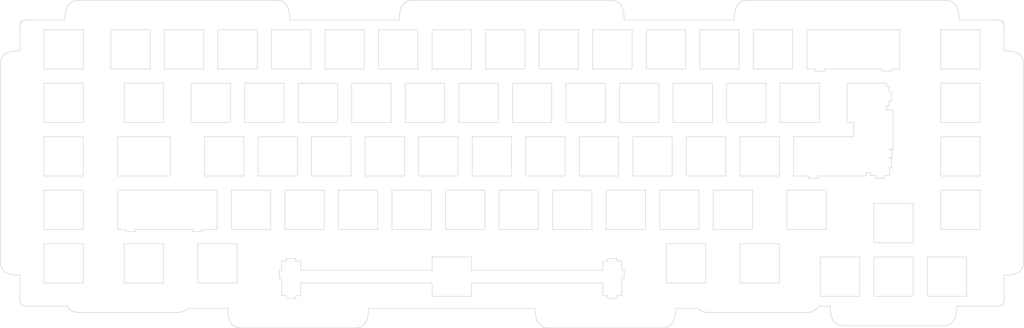
<source format=kicad_pcb>
(kicad_pcb (version 20211014) (generator pcbnew)
  (layers (0 "F.Cu" signal) (31 "B.Cu" signal) (34 "B.Paste" user) (35 "F.Paste" user) (36 "B.SilkS" user "B.Silkscreen") (37 "F.SilkS" user "F.Silkscreen") (38 "B.Mask" user) (39 "F.Mask" user) (44 "Edge.Cuts" user))
  (net 0 "")
  (gr_line (start 153.298934 116.785322) (end 153.298934 130.78532) (layer "Edge.Cuts") (width 0.188976))
  (gr_line (start 386.919248 105.28305) (end 387.48933 105.334855) (layer "Edge.Cuts") (width 0.187437))
  (gr_line (start 248.261931 135.83532) (end 248.261931 135.83532) (layer "Edge.Cuts") (width 0.188976))
  (gr_line (start 358.086943 192.697315) (end 358.086943 192.697315) (layer "Edge.Cuts") (width 0.188976))
  (gr_line (start 388.069922 105.41385) (end 388.651302 105.527514) (layer "Edge.Cuts") (width 0.187437))
  (gr_line (start 384.62912 195.782354) (end 384.692055 195.72988) (layer "Edge.Cuts") (width 0.188999))
  (gr_line (start 322.079924 154.885319) (end 308.079924 154.885319) (layer "Edge.Cuts") (width 0.188976))
  (gr_line (start 268.212063 200.252909) (end 268.056255 200.825343) (layer "Edge.Cuts") (width 0.187437))
  (gr_line (start 385.368926 96.053321) (end 385.352822 95.949612) (layer "Edge.Cuts") (width 0.188999))
  (gr_line (start 55.254125 198.38423) (end 55.440255 198.408946) (layer "Edge.Cuts") (width 0.187437))
  (gr_line (start 138.723929 97.735324) (end 124.723929 97.735324) (layer "Edge.Cuts") (width 0.188976))
  (gr_line (start 250.207594 94.216053) (end 250.172632 93.215951) (layer "Edge.Cuts") (width 0.187437))
  (gr_line (start 148.536933 154.885319) (end 148.536933 168.885319) (layer "Edge.Cuts") (width 0.188976))
  (gr_line (start 291.411925 149.83532) (end 305.411925 149.83532) (layer "Edge.Cuts") (width 0.188976))
  (gr_line (start 51.709922 90.361807) (end 51.805968 90.081966) (layer "Edge.Cuts") (width 0.187437))
  (gr_line (start 53.314623 197.650652) (end 53.434353 197.73115) (layer "Edge.Cuts") (width 0.187437))
  (gr_line (start 35.417445 195.034072) (end 35.453831 195.115042) (layer "Edge.Cuts") (width 0.188999))
  (gr_line (start 392.354824 109.766035) (end 392.369414 110.215994) (layer "Edge.Cuts") (width 0.187437))
  (gr_line (start 100.029929 169.635319) (end 100.029929 169.635319) (layer "Edge.Cuts") (width 0.188976))
  (gr_line (start 33.692704 185.148933) (end 33.12263 185.097129) (layer "Edge.Cuts") (width 0.187437))
  (gr_line (start 362.848937 154.885319) (end 362.848937 168.885319) (layer "Edge.Cuts") (width 0.188976))
  (gr_line (start 384.647619 94.670248) (end 384.582653 94.621317) (layer "Edge.Cuts") (width 0.188999))
  (gr_line (start 326.244604 202.773337) (end 326.562428 202.902397) (layer "Edge.Cuts") (width 0.187437))
  (gr_line (start 290.630993 88.795165) (end 290.821104 88.568846) (layer "Edge.Cuts") (width 0.187437))
  (gr_line (start 53.088626 197.479418) (end 53.199409 197.566702) (layer "Edge.Cuts") (width 0.187437))
  (gr_line (start 86.336932 130.78532) (end 86.336932 130.78532) (layer "Edge.Cuts") (width 0.188976))
  (gr_line (start 155.094207 203.916434) (end 154.672545 203.956347) (layer "Edge.Cuts") (width 0.187437))
  (gr_line (start 342.917937 150.58532) (end 342.917937 150.58532) (layer "Edge.Cuts") (width 0.188976))
  (gr_line (start 344.422942 124.78532) (end 344.422942 124.78532) (layer "Edge.Cuts") (width 0.188976))
  (gr_line (start 385.118884 95.237779) (end 385.077002 95.16297) (layer "Edge.Cuts") (width 0.188999))
  (gr_line (start 267.588294 201.904514) (end 267.433279 202.153531) (layer "Edge.Cuts") (width 0.187437))
  (gr_line (start 272.361937 135.83532) (end 272.361937 149.83532) (layer "Edge.Cuts") (width 0.188976))
  (gr_line (start 172.098111 88.156954) (end 172.347873 87.973796) (layer "Edge.Cuts") (width 0.187437))
  (gr_line (start 157.773932 97.735324) (end 143.773932 97.735324) (layer "Edge.Cuts") (width 0.188976))
  (gr_line (start 267.433279 202.153531) (end 267.261184 202.391806) (layer "Edge.Cuts") (width 0.187437))
  (gr_line (start 181.87393 187.997318) (end 181.87393 192.697315) (layer "Edge.Cuts") (width 0.188999))
  (gr_line (start 353.036925 178.697315) (end 353.036925 178.697315) (layer "Edge.Cuts") (width 0.188976))
  (gr_line (start 344.422942 119.760323) (end 344.422942 118.035322) (layer "Edge.Cuts") (width 0.188976))
  (gr_line (start 243.49893 116.785322) (end 243.49893 116.785322) (layer "Edge.Cuts") (width 0.188976))
  (gr_line (start 214.923934 97.735324) (end 214.923934 97.735324) (layer "Edge.Cuts") (width 0.188976))
  (gr_line (start 316.106339 198.384388) (end 315.919094 198.408878) (layer "Edge.Cuts") (width 0.187437))
  (gr_line (start 57.761929 187.935314) (end 57.761929 173.935314) (layer "Edge.Cuts") (width 0.188976))
  (gr_line (start 72.336932 173.935314) (end 72.336932 187.935314) (layer "Edge.Cuts") (width 0.188976))
  (gr_line (start 111.361888 203.213191) (end 111.633401 203.379531) (layer "Edge.Cuts") (width 0.187437))
  (gr_line (start 224.736937 168.885319) (end 224.736937 168.885319) (layer "Edge.Cuts") (width 0.188976))
  (gr_line (start 372.086943 192.697315) (end 372.086943 178.697315) (layer "Edge.Cuts") (width 0.188976))
  (gr_line (start 93.26093 198.136212) (end 93.016408 198.217415) (layer "Edge.Cuts") (width 0.187437))
  (gr_line (start 153.011931 149.83532) (end 153.011931 135.83532) (layer "Edge.Cuts") (width 0.188976))
  (gr_line (start 98.529929 187.935314) (end 98.529929 187.935314) (layer "Edge.Cuts") (width 0.188999))
  (gr_line (start 158.911048 200.252909) (end 158.75524 200.825343) (layer "Edge.Cuts") (width 0.187437))
  (gr_line (start 88.717928 149.83532) (end 88.717928 149.83532) (layer "Edge.Cuts") (width 0.188976))
  (gr_line (start 109.288673 198.520882) (end 109.34048 199.090956) (layer "Edge.Cuts") (width 0.187437))
  (gr_line (start 308.079924 168.885319) (end 322.079924 168.885319) (layer "Edge.Cuts") (width 0.188976))
  (gr_line (start 52.332905 89.033554) (end 52.505002 88.795266) (layer "Edge.Cuts") (width 0.187437))
  (gr_line (start 295.885924 154.885319) (end 281.886931 154.885319) (layer "Edge.Cuts") (width 0.188976))
  (gr_line (start 57.761929 97.735324) (end 43.76193 97.735324) (layer "Edge.Cuts") (width 0.188976))
  (gr_line (start 384.104936 196.075062) (end 384.189042 196.041474) (layer "Edge.Cuts") (width 0.188999))
  (gr_line (start 131.175544 92.666104) (end 131.123739 92.09603) (layer "Edge.Cuts") (width 0.187437))
  (gr_line (start 258.073927 97.735324) (end 258.073927 111.735321) (layer "Edge.Cuts") (width 0.188976))
  (gr_line (start 35.492763 95.239055) (end 35.534645 95.164245) (layer "Edge.Cuts") (width 0.188999))
  (gr_line (start 148.24893 130.78532) (end 148.24893 130.78532) (layer "Edge.Cuts") (width 0.188976))
  (gr_line (start 35.579225 95.092461) (end 35.62647 95.023663) (layer "Edge.Cuts") (width 0.188999))
  (gr_line (start 210.161925 135.83532) (end 196.161925 135.83532) (layer "Edge.Cuts") (width 0.188976))
  (gr_line (start 72.92993 168.885319) (end 72.92993 168.885319) (layer "Edge.Cuts") (width 0.188976))
  (gr_line (start 364.36859 87.216038) (end 329.36859 87.216036) (layer "Edge.Cuts") (width 0.187437))
  (gr_line (start 130.152289 89.033456) (end 129.980193 88.79518) (layer "Edge.Cuts") (width 0.187437))
  (gr_line (start 315.726145 198.42828) (end 315.527413 198.442479) (layer "Edge.Cuts") (width 0.187437))
  (gr_line (start 386.369399 105.250957) (end 386.919248 105.28305) (layer "Edge.Cuts") (width 0.187437))
  (gr_line (start 387.489433 185.097136) (end 388.070016 185.018141) (layer "Edge.Cuts") (width 0.187437))
  (gr_line (start 339.036925 178.697315) (end 339.036925 192.697315) (layer "Edge.Cuts") (width 0.188976))
  (gr_line (start 167.298934 130.78532) (end 167.298934 130.78532) (layer "Edge.Cuts") (width 0.188976))
  (gr_line (start 376.848937 130.78532) (end 376.848937 116.785322) (layer "Edge.Cuts") (width 0.188976))
  (gr_line (start 135.098929 183.39732) (end 135.098929 180.167317) (layer "Edge.Cuts") (width 0.188999))
  (gr_line (start 174.335973 87.270552) (end 174.757636 87.230639) (layer "Edge.Cuts") (width 0.187437))
  (gr_line (start 384.017656 196.10582) (end 384.104936 196.075062) (layer "Edge.Cuts") (width 0.188999))
  (gr_line (start 33.12263 185.097129) (end 32.542047 185.018133) (layer "Edge.Cuts") (width 0.187437))
  (gr_line (start 238.736937 154.885319) (end 224.736937 154.885319) (layer "Edge.Cuts") (width 0.188976))
  (gr_line (start 181.586928 168.885319) (end 181.586928 154.885319) (layer "Edge.Cuts") (width 0.188976))
  (gr_line (start 344.642943 146.860321) (end 345.342925 146.860321) (layer "Edge.Cuts") (width 0.188976))
  (gr_line (start 367.707016 88.355702) (end 367.478073 88.156942) (layer "Edge.Cuts") (width 0.187437))
  (gr_line (start 267.727164 201.645972) (end 267.588294 201.904514) (layer "Edge.Cuts") (width 0.187437))
  (gr_line (start 72.336932 116.785322) (end 72.336932 130.78532) (layer "Edge.Cuts") (width 0.188976))
  (gr_line (start 317.683061 197.884694) (end 317.548365 197.9538) (layer "Edge.Cuts") (width 0.187437))
  (gr_line (start 170.32645 92.09603) (end 170.405446 91.515447) (layer "Edge.Cuts") (width 0.187437))
  (gr_line (start 289.435641 92.666089) (end 289.487446 92.096015) (layer "Edge.Cuts") (width 0.187437))
  (gr_line (start 139.011931 135.83532) (end 139.011931 149.83532) (layer "Edge.Cuts") (width 0.188976))
  (gr_line (start 128.218777 87.530088) (end 127.876395 87.421492) (layer "Edge.Cuts") (width 0.187437))
  (gr_line (start 290.30388 89.282457) (end 290.458897 89.033441) (layer "Edge.Cuts") (width 0.187437))
  (gr_line (start 31.388243 184.748661) (end 31.108415 184.652615) (layer "Edge.Cuts") (width 0.187437))
  (gr_line (start 32.542047 185.018133) (end 31.960677 184.90447) (layer "Edge.Cuts") (width 0.187437))
  (gr_line (start 383.532347 196.215977) (end 383.532347 196.215977) (layer "Edge.Cuts") (width 0.188999))
  (gr_line (start 366.877018 202.076771) (end 366.648076 202.275531) (layer "Edge.Cuts") (width 0.187437))
  (gr_line (start 391.778006 182.804199) (end 391.926314 182.509996) (layer "Edge.Cuts") (width 0.187437))
  (gr_line (start 315.817931 149.83532) (end 315.817931 149.83532) (layer "Edge.Cuts") (width 0.188976))
  (gr_line (start 57.761929 173.935314) (end 57.761929 173.935314) (layer "Edge.Cuts") (width 0.188976))
  (gr_line (start 368.47153 197.76638) (end 368.419722 198.336455) (layer "Edge.Cuts") (width 0.187437))
  (gr_line (start 367.448278 201.399029) (end 367.276184 201.637305) (layer "Edge.Cuts") (width 0.187437))
  (gr_line (start 112.529929 187.935314) (end 112.529929 173.935314) (layer "Edge.Cuts") (width 0.188999))
  (gr_line (start 205.398924 116.785322) (end 191.398924 116.785322) (layer "Edge.Cuts") (width 0.188976))
  (gr_line (start 344.422942 123.060322) (end 345.342925 123.060322) (layer "Edge.Cuts") (width 0.188976))
  (gr_line (start 319.698943 116.785322) (end 319.698943 116.785322) (layer "Edge.Cuts") (width 0.188976))
  (gr_line (start 376.848937 111.735321) (end 376.848937 97.735324) (layer "Edge.Cuts") (width 0.188976))
  (gr_line (start 384.882829 94.893606) (end 384.82779 94.833547) (layer "Edge.Cuts") (width 0.188999))
  (gr_line (start 229.49893 130.78532) (end 243.49893 130.78532) (layer "Edge.Cuts") (width 0.188976))
  (gr_line (start 72.336932 187.935314) (end 72.336932 187.935314) (layer "Edge.Cuts") (width 0.188976))
  (gr_line (start 265.217925 187.935314) (end 279.217925 187.935314) (layer "Edge.Cuts") (width 0.188976))
  (gr_line (start 258.073927 111.735321) (end 258.073927 111.735321) (layer "Edge.Cuts") (width 0.188976))
  (gr_line (start 93.91576 197.829685) (end 93.710162 197.941931) (layer "Edge.Cuts") (width 0.187437))
  (gr_line (start 112.529929 187.935314) (end 112.529929 187.935314) (layer "Edge.Cuts") (width 0.188999))
  (gr_line (start 110.48402 202.391806) (end 110.674128 202.618125) (layer "Edge.Cuts") (width 0.187437))
  (gr_line (start 129.102319 87.973795) (end 128.830804 87.807455) (layer "Edge.Cuts") (width 0.187437))
  (gr_line (start 327.666983 203.161932) (end 328.088645 203.201846) (layer "Edge.Cuts") (width 0.187437))
  (gr_line (start 344.642943 140.53532) (end 344.642943 140.53532) (layer "Edge.Cuts") (width 0.188976))
  (gr_line (start 100.029929 168.885319) (end 105.386931 168.885319) (layer "Edge.Cuts") (width 0.188976))
  (gr_line (start 92.758022 198.287439) (end 92.485328 198.345868) (layer "Edge.Cuts") (width 0.187437))
  (gr_line (start 167.586928 168.885319) (end 167.586928 168.885319) (layer "Edge.Cuts") (width 0.188976))
  (gr_line (start 291.12393 111.735321) (end 291.12393 111.735321) (layer "Edge.Cuts") (width 0.188976))
  (gr_line (start 344.642943 143.560322) (end 344.642943 143.560322) (layer "Edge.Cuts") (width 0.188976))
  (gr_line (start 317.264225 198.080053) (end 317.114619 198.136971) (layer "Edge.Cuts") (width 0.187437))
  (gr_line (start 134.24893 130.78532) (end 134.24893 130.78532) (layer "Edge.Cuts") (width 0.188976))
  (gr_line (start 171.142885 89.282472) (end 171.297902 89.033456) (layer "Edge.Cuts") (width 0.187437))
  (gr_line (start 367.916076 88.56885) (end 367.707016 88.355702) (layer "Edge.Cuts") (width 0.187437))
  (gr_line (start 248.548934 130.78532) (end 248.548934 130.78532) (layer "Edge.Cuts") (width 0.188976))
  (gr_line (start 158.061926 135.83532) (end 158.061926 149.83532) (layer "Edge.Cuts") (width 0.188976))
  (gr_line (start 250.088732 92.096034) (end 250.009736 91.51545) (layer "Edge.Cuts") (width 0.187437))
  (gr_line (start 247.673934 193.447315) (end 247.673934 192.46732) (layer "Edge.Cuts") (width 0.188999))
  (gr_line (start 279.166922 198.390543) (end 279.466536 198.425188) (layer "Edge.Cuts") (width 0.187437))
  (gr_line (start 289.487446 92.096015) (end 289.566441 91.515432) (layer "Edge.Cuts") (width 0.187437))
  (gr_line (start 368.503627 197.216537) (end 368.47153 197.76638) (layer "Edge.Cuts") (width 0.187437))
  (gr_line (start 81.573931 97.735324) (end 67.573929 97.735324) (layer "Edge.Cuts") (width 0.188976))
  (gr_line (start 54.40601 198.187903) (end 54.56491 198.236469) (layer "Edge.Cuts") (width 0.187437))
  (gr_line (start 367.603293 201.150013) (end 367.448278 201.399029) (layer "Edge.Cuts") (width 0.187437))
  (gr_line (start 385.28666 95.658499) (end 385.258767 95.568007) (layer "Edge.Cuts") (width 0.188999))
  (gr_line (start 29.382313 106.877565) (end 29.183553 107.106508) (layer "Edge.Cuts") (width 0.187437))
  (gr_line (start 55.632084 198.428532) (end 55.829697 198.44287) (layer "Edge.Cuts") (width 0.187437))
  (gr_line (start 324.801023 201.637305) (end 324.991132 201.863624) (layer "Edge.Cuts") (width 0.187437))
  (gr_line (start 279.217925 173.935314) (end 279.217925 173.935314) (layer "Edge.Cuts") (width 0.188976))
  (gr_line (start 343.511931 118.035322) (end 343.511931 116.785322) (layer "Edge.Cuts") (width 0.188976))
  (gr_line (start 341.99893 111.735321) (end 341.99893 111.735321) (layer "Edge.Cuts") (width 0.188976))
  (gr_line (start 133.961928 149.83532) (end 133.961928 149.83532) (layer "Edge.Cuts") (width 0.188976))
  (gr_line (start 224.736937 154.885319) (end 224.736937 168.885319) (layer "Edge.Cuts") (width 0.188976))
  (gr_line (start 319.698943 116.785322) (end 305.698943 116.785322) (layer "Edge.Cuts") (width 0.188976))
  (gr_line (start 296.173918 111.735321) (end 310.173918 111.735321) (layer "Edge.Cuts") (width 0.188976))
  (gr_line (start 205.398924 130.78532) (end 205.398924 116.785322) (layer "Edge.Cuts") (width 0.188976))
  (gr_line (start 28.242649 180.215984) (end 28.242649 180.215984) (layer "Edge.Cuts") (width 0.187437))
  (gr_line (start 167.298934 116.785322) (end 153.298934 116.785322) (layer "Edge.Cuts") (width 0.188976))
  (gr_line (start 36.549275 196.078694) (end 36.717852 196.133231) (layer "Edge.Cuts") (width 0.188999))
  (gr_line (start 384.77022 94.776325) (end 384.710152 94.721905) (layer "Edge.Cuts") (width 0.188999))
  (gr_line (start 57.761929 111.735321) (end 57.761929 97.735324) (layer "Edge.Cuts") (width 0.188976))
  (gr_line (start 289.931959 90.0818) (end 290.041346 89.807852) (layer "Edge.Cuts") (width 0.187437))
  (gr_line (start 173.941672 87.334575) (end 174.335973 87.270552) (layer "Edge.Cuts") (width 0.187437))
  (gr_line (start 383.833427 196.158708) (end 383.927166 196.133713) (layer "Edge.Cuts") (width 0.188999))
  (gr_line (start 130.679226 90.081815) (end 130.569839 89.807867) (layer "Edge.Cuts") (width 0.187437))
  (gr_line (start 35.383637 95.482002) (end 35.417226 95.397896) (layer "Edge.Cuts") (width 0.188999))
  (gr_line (start 29.595461 106.668506) (end 29.382313 106.877565) (layer "Edge.Cuts") (width 0.187437))
  (gr_line (start 28.242649 110.21599) (end 28.242649 110.21599) (layer "Edge.Cuts") (width 0.187437))
  (gr_line (start 127.50852 87.334575) (end 127.114219 87.270552) (layer "Edge.Cuts") (width 0.187437))
  (gr_line (start 327.272682 203.097909) (end 327.666983 203.161932) (layer "Edge.Cuts") (width 0.187437))
  (gr_line (start 345.467925 140.53532) (end 345.467925 140.53532) (layer "Edge.Cuts") (width 0.188976))
  (gr_line (start 315.112273 198.454815) (end 280.112273 198.454815) (layer "Edge.Cuts") (width 0.187437))
  (gr_line (start 267.261184 202.391806) (end 267.071076 202.618125) (layer "Edge.Cuts") (width 0.187437))
  (gr_line (start 36.38936 196.014445) (end 36.549275 196.078694) (layer "Edge.Cuts") (width 0.188999))
  (gr_line (start 196.161925 149.83532) (end 210.161925 149.83532) (layer "Edge.Cuts") (width 0.188976))
  (gr_line (start 52.904172 88.355776) (end 53.133115 88.157004) (layer "Edge.Cuts") (width 0.187437))
  (gr_line (start 119.961928 135.83532) (end 119.961928 149.83532) (layer "Edge.Cuts") (width 0.188976))
  (gr_line (start 43.76193 168.885319) (end 57.761929 168.885319) (layer "Edge.Cuts") (width 0.188976))
  (gr_line (start 391.611646 107.356275) (end 391.777991 107.627789) (layer "Edge.Cuts") (width 0.187437))
  (gr_line (start 317.938111 197.73509) (end 317.812949 197.811752) (layer "Edge.Cuts") (width 0.187437))
  (gr_line (start 35.72882 94.894881) (end 35.783859 94.834822) (layer "Edge.Cuts") (width 0.188999))
  (gr_line (start 385.368926 96.053321) (end 385.368926 96.053321) (layer "Edge.Cuts") (width 0.188999))
  (gr_line (start 128.348929 183.39732) (end 127.523932 183.39732) (layer "Edge.Cuts") (width 0.188999))
  (gr_line (start 246.473517 87.334579) (end 246.079216 87.270556) (layer "Edge.Cuts") (width 0.187437))
  (gr_line (start 369.249734 92.096018) (end 369.170739 91.515435) (layer "Edge.Cuts") (width 0.187437))
  (gr_line (start 53.382876 87.973836) (end 53.654391 87.807486) (layer "Edge.Cuts") (width 0.187437))
  (gr_line (start 143.486929 154.885319) (end 143.486929 154.885319) (layer "Edge.Cuts") (width 0.188976))
  (gr_line (start 292.392411 87.530073) (end 292.734793 87.421477) (layer "Edge.Cuts") (width 0.187437))
  (gr_line (start 158.061926 149.83532) (end 158.061926 149.83532) (layer "Edge.Cuts") (width 0.188976))
  (gr_line (start 279.781495 198.446773) (end 280.112242 198.454815) (layer "Edge.Cuts") (width 0.187437))
  (gr_line (start 53.654391 87.807486) (end 53.948594 87.65917) (layer "Edge.Cuts") (width 0.187437))
  (gr_line (start 392.250887 181.481915) (end 392.31491 181.087613) (layer "Edge.Cuts") (width 0.187437))
  (gr_line (start 310.173918 111.735321) (end 310.173918 111.735321) (layer "Edge.Cuts") (width 0.188976))
  (gr_line (start 30.309072 184.280694) (end 30.060055 184.125677) (layer "Edge.Cuts") (width 0.187437))
  (gr_line (start 69.954932 168.885319) (end 69.954932 168.885319) (layer "Edge.Cuts") (width 0.188976))
  (gr_line (start 76.229929 168.885319) (end 96.729929 168.885319) (layer "Edge.Cuts") (width 0.188976))
  (gr_line (start 294.36859 87.216035) (end 294.36859 87.216035) (layer "Edge.Cuts") (width 0.187437))
  (gr_line (start 57.761929 130.78532) (end 57.761929 116.785322) (layer "Edge.Cuts") (width 0.188976))
  (gr_line (start 43.76193 116.785322) (end 43.76193 130.78532) (layer "Edge.Cuts") (width 0.188976))
  (gr_line (start 138.723929 111.735321) (end 138.723929 97.735324) (layer "Edge.Cuts") (width 0.188976))
  (gr_line (start 295.885924 168.885319) (end 295.885924 154.885319) (layer "Edge.Cuts") (width 0.188976))
  (gr_line (start 171.469998 88.795181) (end 171.660108 88.568862) (layer "Edge.Cuts") (width 0.187437))
  (gr_line (start 249.398924 186.197315) (end 250.223937 186.197315) (layer "Edge.Cuts") (width 0.188999))
  (gr_line (start 390.551961 106.306305) (end 390.790242 106.478401) (layer "Edge.Cuts") (width 0.187437))
  (gr_line (start 384.422691 195.924055) (end 384.494476 195.879475) (layer "Edge.Cuts") (width 0.188999))
  (gr_line (start 345.892943 140.310322) (end 345.892943 126.310322) (layer "Edge.Cuts") (width 0.188976))
  (gr_line (start 344.422942 123.060322) (end 344.422942 123.060322) (layer "Edge.Cuts") (width 0.188976))
  (gr_line (start 57.761929 168.885319) (end 57.761929 168.885319) (layer "Edge.Cuts") (width 0.188976))
  (gr_line (start 365.832602 202.773337) (end 365.514779 202.902397) (layer "Edge.Cuts") (width 0.187437))
  (gr_line (start 186.636931 168.885319) (end 200.636931 168.885319) (layer "Edge.Cuts") (width 0.188976))
  (gr_line (start 345.467925 143.33532) (end 345.467925 140.53532) (layer "Edge.Cuts") (width 0.188976))
  (gr_line (start 362.848937 149.83532) (end 376.848937 149.83532) (layer "Edge.Cuts") (width 0.188976))
  (gr_line (start 384.582653 94.621317) (end 384.51529 94.575075) (layer "Edge.Cuts") (width 0.188999))
  (gr_line (start 362.848937 168.885319) (end 362.848937 168.885319) (layer "Edge.Cuts") (width 0.188976))
  (gr_line (start 133.961928 135.83532) (end 133.961928 135.83532) (layer "Edge.Cuts") (width 0.188976))
  (gr_line (start 172.347873 87.973796) (end 172.619387 87.807455) (layer "Edge.Cuts") (width 0.187437))
  (gr_line (start 35.24294 194.377369) (end 35.24294 194.377369) (layer "Edge.Cuts") (width 0.188999))
  (gr_line (start 36.549056 94.353277) (end 36.717633 94.29874) (layer "Edge.Cuts") (width 0.188999))
  (gr_line (start 36.166312 195.89921) (end 36.238374 195.940186) (layer "Edge.Cuts") (width 0.188999))
  (gr_line (start 51.277557 93.216213) (end 51.309649 92.666357) (layer "Edge.Cuts") (width 0.187437))
  (gr_line (start 94.461817 197.437517) (end 94.291143 197.577062) (layer "Edge.Cuts") (width 0.187437))
  (gr_line (start 305.698943 130.78532) (end 319.698943 130.78532) (layer "Edge.Cuts") (width 0.188976))
  (gr_line (start 344.642943 143.560322) (end 344.642943 143.33532) (layer "Edge.Cuts") (width 0.188976))
  (gr_line (start 171.004013 89.541015) (end 171.142885 89.282472) (layer "Edge.Cuts") (width 0.187437))
  (gr_line (start 35.242649 105.21599) (end 34.242547 105.250951) (layer "Edge.Cuts") (width 0.187437))
  (gr_line (start 127.876395 87.421492) (end 127.50852 87.334575) (layer "Edge.Cuts") (width 0.187437))
  (gr_line (start 321.49893 112.485321) (end 321.49893 112.485321) (layer "Edge.Cuts") (width 0.188976))
  (gr_line (start 372.086943 178.697315) (end 372.086943 178.697315) (layer "Edge.Cuts") (width 0.188976))
  (gr_line (start 195.87393 97.735324) (end 195.87393 97.735324) (layer "Edge.Cuts") (width 0.188976))
  (gr_line (start 239.023924 111.735321) (end 253.023924 111.735321) (layer "Edge.Cuts") (width 0.188976))
  (gr_line (start 109.784993 201.105171) (end 109.894378 201.379119) (layer "Edge.Cuts") (width 0.187437))
  (gr_line (start 35.901499 94.72318) (end 35.964033 94.671523) (layer "Edge.Cuts") (width 0.188999))
  (gr_line (start 367.228312 87.973784) (end 366.956797 87.807443) (layer "Edge.Cuts") (width 0.187437))
  (gr_line (start 366.126803 202.62503) (end 365.832602 202.773337) (layer "Edge.Cuts") (width 0.187437))
  (gr_line (start 383.636055 196.199874) (end 383.736402 196.180773) (layer "Edge.Cuts") (width 0.188999))
  (gr_line (start 353.036925 192.697315) (end 353.036925 178.697315) (layer "Edge.Cuts") (width 0.188976))
  (gr_line (start 384.51529 94.575075) (end 384.445561 94.531485) (layer "Edge.Cuts") (width 0.188999))
  (gr_line (start 31.108415 105.779363) (end 30.834467 105.888749) (layer "Edge.Cuts") (width 0.187437))
  (gr_line (start 133.37393 179.247318) (end 130.073927 179.247318) (layer "Edge.Cuts") (width 0.188999))
  (gr_line (start 388.070016 185.018141) (end 388.651385 184.904478) (layer "Edge.Cuts") (width 0.187437))
  (gr_line (start 323.538603 196.216435) (end 323.573579 197.216537) (layer "Edge.Cuts") (width 0.187437))
  (gr_line (start 293.496969 87.270537) (end 293.918631 87.230624) (layer "Edge.Cuts") (width 0.187437))
  (gr_line (start 148.536933 168.885319) (end 162.536933 168.885319) (layer "Edge.Cuts") (width 0.188976))
  (gr_line (start 300.648924 130.78532) (end 300.648924 130.78532) (layer "Edge.Cuts") (width 0.188976))
  (gr_line (start 345.342925 123.060322) (end 345.342925 123.060322) (layer "Edge.Cuts") (width 0.188976))
  (gr_line (start 162.536933 154.885319) (end 162.536933 154.885319) (layer "Edge.Cuts") (width 0.188976))
  (gr_line (start 322.079924 168.885319) (end 322.079924 154.885319) (layer "Edge.Cuts") (width 0.188976))
  (gr_line (start 186.348937 116.785322) (end 172.348937 116.785322) (layer "Edge.Cuts") (width 0.188976))
  (gr_line (start 316.464049 198.320598) (end 316.287964 198.354923) (layer "Edge.Cuts") (width 0.187437))
  (gr_line (start 28.297152 109.344369) (end 28.257238 109.766031) (layer "Edge.Cuts") (width 0.187437))
  (gr_line (start 384.189042 196.041474) (end 384.270012 196.005087) (layer "Edge.Cuts") (width 0.188999))
  (gr_line (start 91.242583 198.455319) (end 91.242583 198.455319) (layer "Edge.Cuts") (width 0.187437))
  (gr_line (start 57.761929 154.885319) (end 43.76193 154.885319) (layer "Edge.Cuts") (width 0.188976))
  (gr_line (start 384.710152 94.721905) (end 384.647619 94.670248) (layer "Edge.Cuts") (width 0.188999))
  (gr_line (start 289.680104 90.934062) (end 289.835913 90.361628) (layer "Edge.Cuts") (width 0.187437))
  (gr_line (start 156.198762 203.656898) (end 155.856381 203.765494) (layer "Edge.Cuts") (width 0.187437))
  (gr_line (start 277.12393 111.735321) (end 277.12393 111.735321) (layer "Edge.Cuts") (width 0.188976))
  (gr_line (start 249.398924 183.39732) (end 249.398924 180.167317) (layer "Edge.Cuts") (width 0.188999))
  (gr_line (start 119.673934 97.735324) (end 119.673934 97.735324) (layer "Edge.Cuts") (width 0.188976))
  (gr_line (start 128.348929 183.39732) (end 128.348929 183.39732) (layer "Edge.Cuts") (width 0.188999))
  (gr_line (start 324.335043 200.89147) (end 324.473913 201.150013) (layer "Edge.Cuts") (width 0.187437))
  (gr_line (start 376.848937 168.885319) (end 376.848937 168.885319) (layer "Edge.Cuts") (width 0.188976))
  (gr_line (start 368.695834 89.807856) (end 368.572172 89.541003) (layer "Edge.Cuts") (width 0.187437))
  (gr_line (start 55.440255 198.408946) (end 55.632084 198.428532) (layer "Edge.Cuts") (width 0.187437))
  (gr_line (start 391.926314 182.509996) (end 392.055373 182.192171) (layer "Edge.Cuts") (width 0.187437))
  (gr_line (start 250.223937 183.39732) (end 250.223937 183.39732) (layer "Edge.Cuts") (width 0.188999))
  (gr_line (start 267.311934 149.83532) (end 267.311934 135.83532) (layer "Edge.Cuts") (width 0.188976))
  (gr_line (start 384.563273 195.83223) (end 384.62912 195.782354) (layer "Edge.Cuts") (width 0.188999))
  (gr_line (start 364.410224 203.161932) (end 363.988562 203.201846) (layer "Edge.Cuts") (width 0.187437))
  (gr_line (start 248.261931 135.83532) (end 234.261931 135.83532) (layer "Edge.Cuts") (width 0.188976))
  (gr_line (start 368.419722 198.336455) (end 368.340725 198.917038) (layer "Edge.Cuts") (width 0.187437))
  (gr_line (start 170.880351 89.807868) (end 171.004013 89.541015) (layer "Edge.Cuts") (width 0.187437))
  (gr_line (start 126.692557 87.230638) (end 126.242598 87.21605) (layer "Edge.Cuts") (width 0.187437))
  (gr_line (start 222.257683 203.852411) (end 222.651983 203.916434) (layer "Edge.Cuts") (width 0.187437))
  (gr_line (start 119.961928 149.83532) (end 119.961928 149.83532) (layer "Edge.Cuts") (width 0.188976))
  (gr_line (start 319.986937 192.697315) (end 333.986937 192.697315) (layer "Edge.Cuts") (width 0.188976))
  (gr_line (start 170.242553 93.215947) (end 170.274645 92.666105) (layer "Edge.Cuts") (width 0.187437))
  (gr_line (start 131.207637 93.215947) (end 131.175544 92.666104) (layer "Edge.Cuts") (width 0.187437))
  (gr_line (start 318.86531 196.896497) (end 318.779024 197.001518) (layer "Edge.Cuts") (width 0.187437))
  (gr_line (start 385.194421 95.39662) (end 385.158034 95.31565) (layer "Edge.Cuts") (width 0.188999))
  (gr_line (start 276.836928 168.885319) (end 276.836928 154.885319) (layer "Edge.Cuts") (width 0.188976))
  (gr_line (start 376.848937 116.785322) (end 362.848937 116.785322) (layer "Edge.Cuts") (width 0.188976))
  (gr_line (start 100.62393 97.735324) (end 100.62393 97.735324) (layer "Edge.Cuts") (width 0.188976))
  (gr_line (start 153.011931 135.83532) (end 153.011931 135.83532) (layer "Edge.Cuts") (width 0.188976))
  (gr_line (start 133.961928 149.83532) (end 133.961928 135.83532) (layer "Edge.Cuts") (width 0.188976))
  (gr_line (start 389.777594 184.543236) (end 390.044447 184.419574) (layer "Edge.Cuts") (width 0.187437))
  (gr_line (start 343.511931 118.035322) (end 343.511931 118.035322) (layer "Edge.Cuts") (width 0.188976))
  (gr_line (start 54.976676 87.334579) (end 55.370977 87.270552) (layer "Edge.Cuts") (width 0.187437))
  (gr_line (start 262.548934 130.78532) (end 262.548934 130.78532) (layer "Edge.Cuts") (width 0.188976))
  (gr_line (start 57.761929 168.885319) (end 57.761929 154.885319) (layer "Edge.Cuts") (width 0.188976))
  (gr_line (start 129.790082 88.568861) (end 129.581023 88.355714) (layer "Edge.Cuts") (width 0.187437))
  (gr_line (start 392.055365 108.239816) (end 392.163964 108.582198) (layer "Edge.Cuts") (width 0.187437))
  (gr_line (start 157.773932 111.735321) (end 157.773932 111.735321) (layer "Edge.Cuts") (width 0.188976))
  (gr_line (start 105.673934 97.735324) (end 105.673934 111.735321) (layer "Edge.Cuts") (width 0.188976))
  (gr_line (start 342.917937 150.58532) (end 342.917937 149.604321) (layer "Edge.Cuts") (width 0.188976))
  (gr_line (start 385.233669 194.909643) (end 385.28821 194.741065) (layer "Edge.Cuts") (width 0.188999))
  (gr_line (start 105.386931 154.885319) (end 69.954932 154.885319) (layer "Edge.Cuts") (width 0.188976))
  (gr_line (start 112.955681 203.852411) (end 113.349981 203.916434) (layer "Edge.Cuts") (width 0.187437))
  (gr_line (start 81.573931 97.735324) (end 81.573931 97.735324) (layer "Edge.Cuts") (width 0.188976))
  (gr_line (start 290.165008 89.541) (end 290.30388 89.282457) (layer "Edge.Cuts") (width 0.187437))
  (gr_line (start 337.892943 148.58532) (end 337.892943 148.58532) (layer "Edge.Cuts") (width 0.188976))
  (gr_line (start 277.666528 197.935387) (end 277.883429 198.038275) (layer "Edge.Cuts") (width 0.187437))
  (gr_line (start 171.660108 88.568862) (end 171.869168 88.355714) (layer "Edge.Cuts") (width 0.187437))
  (gr_line (start 250.009736 91.51545) (end 249.896073 90.934081) (layer "Edge.Cuts") (width 0.187437))
  (gr_line (start 325.67889 202.458689) (end 325.950403 202.62503) (layer "Edge.Cuts") (width 0.187437))
  (gr_line (start 175.207594 87.21605) (end 210.207594 87.216051) (layer "Edge.Cuts") (width 0.187437))
  (gr_line (start 69.954932 135.83532) (end 69.954932 149.83532) (layer "Edge.Cuts") (width 0.188976))
  (gr_line (start 57.761929 116.785322) (end 57.761929 116.785322) (layer "Edge.Cuts") (width 0.188976))
  (gr_line (start 244.37393 192.46732) (end 244.37393 192.46732) (layer "Edge.Cuts") (width 0.188999))
  (gr_line (start 35.964252 195.760446) (end 36.029218 195.809377) (layer "Edge.Cuts") (width 0.188999))
  (gr_line (start 111.633401 203.379531) (end 111.927602 203.527839) (layer "Edge.Cuts") (width 0.187437))
  (gr_line (start 278.882207 198.343318) (end 279.166922 198.390543) (layer "Edge.Cuts") (width 0.187437))
  (gr_line (start 109.34048 199.090956) (end 109.419477 199.671539) (layer "Edge.Cuts") (width 0.187437))
  (gr_line (start 376.848937 97.735324) (end 376.848937 97.735324) (layer "Edge.Cuts") (width 0.188976))
  (gr_line (start 319.026227 196.678824) (end 318.947684 196.788894) (layer "Edge.Cuts") (width 0.187437))
  (gr_line (start 158.061926 149.83532) (end 172.061934 149.83532) (layer "Edge.Cuts") (width 0.188976))
  (gr_line (start 195.87393 192.697315) (end 195.87393 187.997318) (layer "Edge.Cuts") (width 0.188999))
  (gr_line (start 318.198943 112.485321) (end 321.49893 112.485321) (layer "Edge.Cuts") (width 0.188976))
  (gr_line (start 159.103708 199.090956) (end 159.024711 199.671539) (layer "Edge.Cuts") (width 0.187437))
  (gr_line (start 348.273924 97.735324) (end 348.273924 97.735324) (layer "Edge.Cuts") (width 0.188976))
  (gr_line (start 143.486929 154.885319) (end 129.486929 154.885319) (layer "Edge.Cuts") (width 0.188976))
  (gr_line (start 300.648924 130.78532) (end 300.648924 116.785322) (layer "Edge.Cuts") (width 0.188976))
  (gr_line (start 43.76193 187.935314) (end 57.761929 187.935314) (layer "Edge.Cuts") (width 0.188976))
  (gr_line (start 324.991132 201.863624) (end 325.200189 202.076771) (layer "Edge.Cuts") (width 0.187437))
  (gr_line (start 258.073927 111.735321) (end 272.073927 111.735321) (layer "Edge.Cuts") (width 0.188976))
  (gr_line (start 376.848937 149.83532) (end 376.848937 135.83532) (layer "Edge.Cuts") (width 0.188976))
  (gr_line (start 343.511931 126.310322) (end 343.511931 124.78532) (layer "Edge.Cuts") (width 0.188976))
  (gr_line (start 69.954932 154.885319) (end 69.954932 168.885319) (layer "Edge.Cuts") (width 0.188976))
  (gr_line (start 67.573929 111.735321) (end 81.573931 111.735321) (layer "Edge.Cuts") (width 0.188976))
  (gr_line (start 353.036925 159.64732) (end 339.036925 159.64732) (layer "Edge.Cuts") (width 0.188976))
  (gr_line (start 210.161925 149.83532) (end 210.161925 135.83532) (layer "Edge.Cuts") (width 0.188976))
  (gr_line (start 318.174581 197.571059) (end 318.058628 197.654821) (layer "Edge.Cuts") (width 0.187437))
  (gr_line (start 390.302939 106.151288) (end 390.551961 106.306305) (layer "Edge.Cuts") (width 0.187437))
  (gr_line (start 56.242598 87.216046) (end 91.242598 87.216048) (layer "Edge.Cuts") (width 0.187437))
  (gr_line (start 389.777533 105.888755) (end 390.044391 106.012416) (layer "Edge.Cuts") (width 0.187437))
  (gr_line (start 286.361937 149.83532) (end 286.361937 135.83532) (layer "Edge.Cuts") (width 0.188976))
  (gr_line (start 294.36859 87.216035) (end 329.36859 87.216036) (layer "Edge.Cuts") (width 0.187437))
  (gr_line (start 385.369292 105.215996) (end 386.369399 105.250957) (layer "Edge.Cuts") (width 0.187437))
  (gr_line (start 110.311925 202.153531) (end 110.48402 202.391806) (layer "Edge.Cuts") (width 0.187437))
  (gr_line (start 305.411925 135.83532) (end 305.411925 135.83532) (layer "Edge.Cuts") (width 0.188976))
  (gr_line (start 109.688948 200.825343) (end 109.784993 201.105171) (layer "Edge.Cuts") (width 0.187437))
  (gr_line (start 385.05418 195.292606) (end 385.095157 195.220544) (layer "Edge.Cuts") (width 0.188999))
  (gr_line (start 310.173918 97.735324) (end 296.173918 97.735324) (layer "Edge.Cuts") (width 0.188976))
  (gr_line (start 93.710162 197.941931) (end 93.492034 198.044245) (layer "Edge.Cuts") (width 0.187437))
  (gr_line (start 364.818549 87.230627) (end 364.36859 87.216038) (layer "Edge.Cuts") (width 0.187437))
  (gr_line (start 385.095157 195.220544) (end 385.169417 195.069558) (layer "Edge.Cuts") (width 0.188999))
  (gr_line (start 69.954932 149.83532) (end 69.954932 149.83532) (layer "Edge.Cuts") (width 0.188976))
  (gr_line (start 372.086943 178.697315) (end 358.086943 178.697315) (layer "Edge.Cuts") (width 0.188976))
  (gr_line (start 36.096582 195.855619) (end 36.166312 195.89921) (layer "Edge.Cuts") (width 0.188999))
  (gr_line (start 310.173918 111.735321) (end 310.173918 97.735324) (layer "Edge.Cuts") (width 0.188976))
  (gr_line (start 248.067314 87.973799) (end 247.7958 87.807459) (layer "Edge.Cuts") (width 0.187437))
  (gr_line (start 219.686934 154.885319) (end 219.686934 154.885319) (layer "Edge.Cuts") (width 0.188976))
  (gr_line (start 376.848937 149.83532) (end 376.848937 149.83532) (layer "Edge.Cuts") (width 0.188976))
  (gr_line (start 110.148932 116.785322) (end 96.148928 116.785322) (layer "Edge.Cuts") (width 0.188976))
  (gr_line (start 384.82779 94.833547) (end 384.77022 94.776325) (layer "Edge.Cuts") (width 0.188999))
  (gr_line (start 191.398924 130.78532) (end 205.398924 130.78532) (layer "Edge.Cuts") (width 0.188976))
  (gr_line (start 315.817931 150.58532) (end 319.117919 150.58532) (layer "Edge.Cuts") (width 0.188976))
  (gr_line (start 386.919359 185.148941) (end 387.489433 185.097136) (layer "Edge.Cuts") (width 0.187437))
  (gr_line (start 110.148932 130.78532) (end 110.148932 116.785322) (layer "Edge.Cuts") (width 0.188976))
  (gr_line (start 278.113002 198.130994) (end 278.355693 198.213062) (layer "Edge.Cuts") (width 0.187437))
  (gr_line (start 267.311934 149.83532) (end 267.311934 149.83532) (layer "Edge.Cuts") (width 0.188976))
  (gr_line (start 247.673934 179.247318) (end 247.673934 179.247318) (layer "Edge.Cuts") (width 0.188999))
  (gr_line (start 105.386931 168.885319) (end 105.386931 154.885319) (layer "Edge.Cuts") (width 0.188976))
  (gr_line (start 310.173918 97.735324) (end 310.173918 97.735324) (layer "Edge.Cuts") (width 0.188976))
  (gr_line (start 384.752115 195.67484) (end 384.809336 195.61727) (layer "Edge.Cuts") (width 0.188999))
  (gr_line (start 158.426149 201.645972) (end 158.287279 201.904514) (layer "Edge.Cuts") (width 0.187437))
  (gr_line (start 86.336932 187.935314) (end 86.336932 173.935314) (layer "Edge.Cuts") (width 0.188976))
  (gr_line (start 36.029218 195.809377) (end 36.096582 195.855619) (layer "Edge.Cuts") (width 0.188999))
  (gr_line (start 272.073927 97.735324) (end 258.073927 97.735324) (layer "Edge.Cuts") (width 0.188976))
  (gr_line (start 384.445561 94.531485) (end 384.3735 94.490509) (layer "Edge.Cuts") (width 0.188999))
  (gr_line (start 387.48933 105.334855) (end 388.069922 105.41385) (layer "Edge.Cuts") (width 0.187437))
  (gr_line (start 324.211382 200.624618) (end 324.335043 200.89147) (layer "Edge.Cuts") (width 0.187437))
  (gr_line (start 158.287279 201.904514) (end 158.132263 202.153531) (layer "Edge.Cuts") (width 0.187437))
  (gr_line (start 262.548934 116.785322) (end 248.548934 116.785322) (layer "Edge.Cuts") (width 0.188976))
  (gr_line (start 52.51225 196.892435) (end 52.598221 196.9972) (layer "Edge.Cuts") (width 0.187437))
  (gr_line (start 186.636931 154.885319) (end 186.636931 168.885319) (layer "Edge.Cuts") (width 0.188976))
  (gr_line (start 218.721482 199.671539) (end 218.835145 200.252909) (layer "Edge.Cuts") (width 0.187437))
  (gr_line (start 28.834054 107.627784) (end 28.685747 107.921986) (layer "Edge.Cuts") (width 0.187437))
  (gr_line (start 219.686934 168.885319) (end 219.686934 154.885319) (layer "Edge.Cuts") (width 0.188976))
  (gr_line (start 157.960169 202.391806) (end 157.77006 202.618125) (layer "Edge.Cuts") (width 0.187437))
  (gr_line (start 29.000395 183.075706) (end 28.834054 182.804191) (layer "Edge.Cuts") (width 0.187437))
  (gr_line (start 248.546018 88.355718) (end 248.317075 88.156957) (layer "Edge.Cuts") (width 0.187437))
  (gr_line (start 248.548934 116.785322) (end 248.548934 130.78532) (layer "Edge.Cuts") (width 0.188976))
  (gr_line (start 223.073645 203.956347) (end 223.523604 203.970936) (layer "Edge.Cuts") (width 0.187437))
  (gr_line (start 321.49893 111.735321) (end 321.49893 111.735321) (layer "Edge.Cuts") (width 0.188976))
  (gr_line (start 319.30371 196.216152) (end 323.538603 196.216435) (layer "Edge.Cuts") (width 0.188999))
  (gr_line (start 196.161925 135.83532) (end 196.161925 149.83532) (layer "Edge.Cuts") (width 0.188976))
  (gr_line (start 110.674128 202.618125) (end 110.883186 202.831272) (layer "Edge.Cuts") (width 0.187437))
  (gr_line (start 250.223937 183.39732) (end 249.398924 183.39732) (layer "Edge.Cuts") (width 0.188999))
  (gr_line (start 272.073927 111.735321) (end 272.073927 111.735321) (layer "Edge.Cuts") (width 0.188976))
  (gr_line (start 100.911933 135.83532) (end 100.911933 149.83532) (layer "Edge.Cuts") (width 0.188976))
  (gr_line (start 391.926302 107.921991) (end 392.055365 108.239816) (layer "Edge.Cuts") (width 0.187437))
  (gr_line (start 28.685747 182.509989) (end 28.556687 182.192164) (layer "Edge.Cuts") (width 0.187437))
  (gr_line (start 234.261931 149.83532) (end 234.261931 149.83532) (layer "Edge.Cuts") (width 0.188976))
  (gr_line (start 52.074095 196.215649) (end 52.205916 196.449625) (layer "Edge.Cuts") (width 0.187437))
  (gr_line (start 221.88981 203.765494) (end 222.257683 203.852411) (layer "Edge.Cuts") (width 0.187437))
  (gr_line (start 130.307305 89.282472) (end 130.152289 89.033456) (layer "Edge.Cuts") (width 0.187437))
  (gr_line (start 112.245426 203.656898) (end 112.587807 203.765494) (layer "Edge.Cuts") (width 0.187437))
  (gr_line (start 52.688116 197.099351) (end 52.782019 197.198769) (layer "Edge.Cuts") (width 0.187437))
  (gr_line (start 345.342925 123.060322) (end 345.342925 119.760323) (layer "Edge.Cuts") (width 0.188976))
  (gr_line (start 344.642943 146.860321) (end 344.642943 146.860321) (layer "Edge.Cuts") (width 0.188976))
  (gr_line (start 344.642943 140.310322) (end 344.642943 140.310322) (layer "Edge.Cuts") (width 0.188976))
  (gr_line (start 242.648924 180.167317) (end 242.648924 180.167317) (layer "Edge.Cuts") (width 0.188999))
  (gr_line (start 143.773932 111.735321) (end 143.773932 111.735321) (layer "Edge.Cuts") (width 0.188976))
  (gr_line (start 277.12393 97.735324) (end 277.12393 111.735321) (layer "Edge.Cuts") (width 0.188976))
  (gr_line (start 96.148928 130.78532) (end 96.148928 130.78532) (layer "Edge.Cuts") (width 0.188976))
  (gr_line (start 177.111937 149.83532) (end 191.111937 149.83532) (layer "Edge.Cuts") (width 0.188976))
  (gr_line (start 376.848937 111.735321) (end 376.848937 111.735321) (layer "Edge.Cuts") (width 0.188976))
  (gr_line (start 29.82178 106.478396) (end 29.595461 106.668506) (layer "Edge.Cuts") (width 0.187437))
  (gr_line (start 130.073927 192.46732) (end 130.073927 193.447315) (layer "Edge.Cuts") (width 0.188999))
  (gr_line (start 130.073927 179.247318) (end 130.073927 180.167317) (layer "Edge.Cuts") (width 0.188999))
  (gr_line (start 43.76193 130.78532) (end 57.761929 130.78532) (layer "Edge.Cuts") (width 0.188976))
  (gr_line (start 362.848937 111.735321) (end 362.848937 111.735321) (layer "Edge.Cuts") (width 0.188976))
  (gr_line (start 129.198927 130.78532) (end 129.198927 116.785322) (layer "Edge.Cuts") (width 0.188976))
  (gr_line (start 127.114219 87.270552) (end 126.692557 87.230638) (layer "Edge.Cuts") (width 0.187437))
  (gr_line (start 243.49893 116.785322) (end 229.49893 116.785322) (layer "Edge.Cuts") (width 0.188976))
  (gr_line (start 369.170739 91.515435) (end 369.057075 90.934065) (layer "Edge.Cuts") (width 0.187437))
  (gr_line (start 126.242598 87.21605) (end 126.242598 87.21605) (layer "Edge.Cuts") (width 0.187437))
  (gr_line (start 35.62647 95.023663) (end 35.676346 94.957816) (layer "Edge.Cuts") (width 0.188999))
  (gr_line (start 316.959879 198.189599) (end 316.799925 198.237822) (layer "Edge.Cuts") (width 0.187437))
  (gr_line (start 392.163964 108.582198) (end 392.250884 108.950072) (layer "Edge.Cuts") (width 0.187437))
  (gr_line (start 333.986937 192.697315) (end 333.986937 178.697315) (layer "Edge.Cuts") (width 0.188976))
  (gr_line (start 367.086075 201.863624) (end 366.877018 202.076771) (layer "Edge.Cuts") (width 0.187437))
  (gr_line (start 368.4333 89.282461) (end 368.278283 89.033444) (layer "Edge.Cuts") (width 0.187437))
  (gr_line (start 170.519109 90.934077) (end 170.674918 90.361643) (layer "Edge.Cuts") (width 0.187437))
  (gr_line (start 81.573931 111.735321) (end 81.573931 111.735321) (layer "Edge.Cuts") (width 0.188976))
  (gr_line (start 72.92993 168.885319) (end 72.92993 169.635319) (layer "Edge.Cuts") (width 0.188976))
  (gr_line (start 336.367919 148.58532) (end 336.367919 148.58532) (layer "Edge.Cuts") (width 0.188976))
  (gr_line (start 291.411925 187.935314) (end 291.411925 187.935314) (layer "Edge.Cuts") (width 0.188976))
  (gr_line (start 35.259043 194.481078) (end 35.278144 194.581427) (layer "Edge.Cuts") (width 0.188999))
  (gr_line (start 326.904809 203.010992) (end 327.272682 203.097909) (layer "Edge.Cuts") (width 0.187437))
  (gr_line (start 170.405446 91.515447) (end 170.519109 90.934077) (layer "Edge.Cuts") (width 0.187437))
  (gr_line (start 159.024711 199.671539) (end 158.911048 200.252909) (layer "Edge.Cuts") (width 0.187437))
  (gr_line (start 158.659195 201.105171) (end 158.54981 201.379119) (layer "Edge.Cuts") (width 0.187437))
  (gr_line (start 331.892943 130.78532) (end 331.892943 130.78532) (layer "Edge.Cuts") (width 0.188976))
  (gr_line (start 57.761929 173.935314) (end 43.76193 173.935314) (layer "Edge.Cuts") (width 0.188976))
  (gr_line (start 392.354824 180.665951) (end 392.369414 180.215992) (layer "Edge.Cuts") (width 0.187437))
  (gr_line (start 219.613929 202.153531) (end 219.786023 202.391806) (layer "Edge.Cuts") (width 0.187437))
  (gr_line (start 51.309649 92.666357) (end 51.361454 92.096264) (layer "Edge.Cuts") (width 0.187437))
  (gr_line (start 195.87393 178.697315) (end 181.87393 178.697315) (layer "Edge.Cuts") (width 0.188999))
  (gr_line (start 323.605677 197.76638) (end 323.657485 198.336455) (layer "Edge.Cuts") (width 0.187437))
  (gr_line (start 248.945187 88.795184) (end 248.755077 88.568865) (layer "Edge.Cuts") (width 0.187437))
  (gr_line (start 54.252301 198.134927) (end 54.40601 198.187903) (layer "Edge.Cuts") (width 0.187437))
  (gr_line (start 171.869168 88.355714) (end 172.098111 88.156954) (layer "Edge.Cuts") (width 0.187437))
  (gr_line (start 35.417226 95.397896) (end 35.453612 95.316926) (layer "Edge.Cuts") (width 0.188999))
  (gr_line (start 242.648924 187.997318) (end 242.648924 192.46732) (layer "Edge.Cuts") (width 0.188999))
  (gr_line (start 318.779024 197.001518) (end 318.688743 197.103844) (layer "Edge.Cuts") (width 0.187437))
  (gr_line (start 319.30371 196.216152) (end 319.172143 196.451739) (layer "Edge.Cuts") (width 0.187437))
  (gr_line (start 130.073927 192.46732) (end 130.073927 192.46732) (layer "Edge.Cuts") (width 0.188999))
  (gr_line (start 35.24243 105.215989) (end 35.242721 96.054597) (layer "Edge.Cuts") (width 0.188999))
  (gr_line (start 385.228009 95.480727) (end 385.194421 95.39662) (layer "Edge.Cuts") (width 0.188999))
  (gr_line (start 376.848937 154.885319) (end 376.848937 154.885319) (layer "Edge.Cuts") (width 0.188976))
  (gr_line (start 242.648924 192.46732) (end 242.648924 192.46732) (layer "Edge.Cuts") (width 0.188999))
  (gr_line (start 54.608801 87.421501) (end 54.976676 87.334579) (layer "Edge.Cuts") (width 0.187437))
  (gr_line (start 43.76193 168.885319) (end 43.76193 168.885319) (layer "Edge.Cuts") (width 0.188976))
  (gr_line (start 100.62393 97.735324) (end 86.62393 97.735324) (layer "Edge.Cuts") (width 0.188976))
  (gr_line (start 376.848937 168.885319) (end 376.848937 154.885319) (layer "Edge.Cuts") (width 0.188976))
  (gr_line (start 191.111937 149.83532) (end 191.111937 135.83532) (layer "Edge.Cuts") (width 0.188976))
  (gr_line (start 247.673934 179.247318) (end 244.37393 179.247318) (layer "Edge.Cuts") (width 0.188999))
  (gr_line (start 305.411925 187.935314) (end 305.411925 187.935314) (layer "Edge.Cuts") (width 0.188976))
  (gr_line (start 218.523604 196.970936) (end 218.55858 197.971038) (layer "Edge.Cuts") (width 0.187437))
  (gr_line (start 345.342925 146.860321) (end 345.342925 143.560322) (layer "Edge.Cuts") (width 0.188976))
  (gr_line (start 91.242583 198.455319) (end 56.242583 198.455319) (layer "Edge.Cuts") (width 0.187437))
  (gr_line (start 366.344769 87.530076) (end 366.002387 87.421481) (layer "Edge.Cuts") (width 0.187437))
  (gr_line (start 253.023924 111.735321) (end 253.023924 97.735324) (layer "Edge.Cuts") (width 0.188976))
  (gr_line (start 159.187612 197.971038) (end 159.155515 198.520882) (layer "Edge.Cuts") (width 0.187437))
  (gr_line (start 28.834054 182.804191) (end 28.685747 182.509989) (layer "Edge.Cuts") (width 0.187437))
  (gr_line (start 100.62393 111.735321) (end 100.62393 111.735321) (layer "Edge.Cuts") (width 0.188976))
  (gr_line (start 191.111937 135.83532) (end 177.111937 135.83532) (layer "Edge.Cuts") (width 0.188976))
  (gr_line (start 319.117919 150.58532) (end 319.117919 150.58532) (layer "Edge.Cuts") (width 0.188976))
  (gr_line (start 139.011931 149.83532) (end 139.011931 149.83532) (layer "Edge.Cuts") (width 0.188976))
  (gr_line (start 333.986937 178.697315) (end 333.986937 178.697315) (layer "Edge.Cuts") (width 0.188976))
  (gr_line (start 133.37393 180.167317) (end 133.37393 179.247318) (layer "Edge.Cuts") (width 0.188999))
  (gr_line (start 36.894826 196.178356) (end 37.07993 196.214367) (layer "Edge.Cuts") (width 0.188999))
  (gr_line (start 35.964033 94.671523) (end 36.028999 94.622593) (layer "Edge.Cuts") (width 0.188999))
  (gr_line (start 369.301539 92.666093) (end 369.249734 92.096018) (layer "Edge.Cuts") (width 0.187437))
  (gr_line (start 110.148932 130.78532) (end 110.148932 130.78532) (layer "Edge.Cuts") (width 0.188976))
  (gr_line (start 55.07361 198.354505) (end 55.254125 198.38423) (layer "Edge.Cuts") (width 0.187437))
  (gr_line (start 126.242598 87.21605) (end 91.242598 87.216048) (layer "Edge.Cuts") (width 0.187437))
  (gr_line (start 86.336932 173.935314) (end 86.336932 173.935314) (layer "Edge.Cuts") (width 0.188976))
  (gr_line (start 96.148928 130.78532) (end 110.148932 130.78532) (layer "Edge.Cuts") (width 0.188976))
  (gr_line (start 43.76193 173.935314) (end 43.76193 187.935314) (layer "Edge.Cuts") (width 0.188976))
  (gr_line (start 369.057075 90.934065) (end 368.901266 90.361631) (layer "Edge.Cuts") (width 0.187437))
  (gr_line (start 296.173918 97.735324) (end 296.173918 111.735321) (layer "Edge.Cuts") (width 0.188976))
  (gr_line (start 200.923934 111.735321) (end 214.923934 111.735321) (layer "Edge.Cuts") (width 0.188976))
  (gr_line (start 315.817931 150.58532) (end 315.817931 150.58532) (layer "Edge.Cuts") (width 0.188976))
  (gr_line (start 128.830804 87.807455) (end 128.536602 87.659147) (layer "Edge.Cuts") (width 0.187437))
  (gr_line (start 86.336932 116.785322) (end 86.336932 116.785322) (layer "Edge.Cuts") (width 0.188976))
  (gr_line (start 218.990953 200.825343) (end 219.086998 201.105171) (layer "Edge.Cuts") (width 0.187437))
  (gr_line (start 130.073927 193.447315) (end 130.073927 193.447315) (layer "Edge.Cuts") (width 0.188999))
  (gr_line (start 384.494476 195.879475) (end 384.563273 195.83223) (layer "Edge.Cuts") (width 0.188999))
  (gr_line (start 384.915415 195.494666) (end 384.964346 195.4297) (layer "Edge.Cuts") (width 0.188999))
  (gr_line (start 249.272299 89.282476) (end 249.117283 89.033459) (layer "Edge.Cuts") (width 0.187437))
  (gr_line (start 305.411925 135.83532) (end 291.411925 135.83532) (layer "Edge.Cuts") (width 0.188976))
  (gr_line (start 339.036925 192.697315) (end 339.036925 192.697315) (layer "Edge.Cuts") (width 0.188976))
  (gr_line (start 250.207594 94.216045) (end 289.36859 94.216045) (layer "Edge.Cuts") (width 0.188999))
  (gr_line (start 279.217925 187.935314) (end 279.217925 187.935314) (layer "Edge.Cuts") (width 0.188976))
  (gr_line (start 218.55858 197.971038) (end 218.590678 198.520882) (layer "Edge.Cuts") (width 0.187437))
  (gr_line (start 130.073927 193.447315) (end 133.37393 193.447315) (layer "Edge.Cuts") (width 0.188999))
  (gr_line (start 229.49893 116.785322) (end 229.49893 130.78532) (layer "Edge.Cuts") (width 0.188976))
  (gr_line (start 114.911933 149.83532) (end 114.911933 149.83532) (layer "Edge.Cuts") (width 0.188976))
  (gr_line (start 170.770964 90.081815) (end 170.880351 89.807868) (layer "Edge.Cuts") (width 0.187437))
  (gr_line (start 368.106186 88.795169) (end 367.916076 88.56885) (layer "Edge.Cuts") (width 0.187437))
  (gr_line (start 333.986937 178.697315) (end 319.986937 178.697315) (layer "Edge.Cuts") (width 0.188976))
  (gr_line (start 111.112128 203.030033) (end 111.361888 203.213191) (layer "Edge.Cuts") (width 0.187437))
  (gr_line (start 362.848937 130.78532) (end 376.848937 130.78532) (layer "Edge.Cuts") (width 0.188976))
  (gr_line (start 224.448927 130.78532) (end 224.448927 130.78532) (layer "Edge.Cuts") (width 0.188976))
  (gr_line (start 247.673934 180.167317) (end 247.673934 179.247318) (layer "Edge.Cuts") (width 0.188999))
  (gr_line (start 343.511931 116.785322) (end 343.511931 116.785322) (layer "Edge.Cuts") (width 0.188976))
  (gr_line (start 124.436926 168.885319) (end 124.436926 168.885319) (layer "Edge.Cuts") (width 0.188976))
  (gr_line (start 176.823927 97.735324) (end 176.823927 97.735324) (layer "Edge.Cuts") (width 0.188976))
  (gr_line (start 249.411171 89.541018) (end 249.272299 89.282476) (layer "Edge.Cuts") (width 0.187437))
  (gr_line (start 318.198943 111.735321) (end 318.198943 111.735321) (layer "Edge.Cuts") (width 0.188976))
  (gr_line (start 215.211928 149.83532) (end 229.211928 149.83532) (layer "Edge.Cuts") (width 0.188976))
  (gr_line (start 249.398924 192.46732) (end 249.398924 192.46732) (layer "Edge.Cuts") (width 0.188999))
  (gr_line (start 384.985178 95.022388) (end 384.935303 94.956541) (layer "Edge.Cuts") (width 0.188999))
  (gr_line (start 353.036925 178.697315) (end 339.036925 178.697315) (layer "Edge.Cuts") (width 0.188976))
  (gr_line (start 129.198927 116.785322) (end 115.198927 116.785322) (layer "Edge.Cuts") (width 0.188976))
  (gr_line (start 129.198927 130.78532) (end 129.198927 130.78532) (layer "Edge.Cuts") (width 0.188976))
  (gr_line (start 390.552005 184.125685) (end 390.79028 183.953589) (layer "Edge.Cuts") (width 0.187437))
  (gr_line (start 385.352822 95.949612) (end 385.333721 95.849264) (layer "Edge.Cuts") (width 0.188999))
  (gr_line (start 368.278283 89.033444) (end 368.106186 88.795169) (layer "Edge.Cuts") (width 0.187437))
  (gr_line (start 43.76193 149.83532) (end 43.76193 149.83532) (layer "Edge.Cuts") (width 0.188976))
  (gr_line (start 385.369261 105.215994) (end 385.368926 96.053321) (layer "Edge.Cuts") (width 0.188999))
  (gr_line (start 253.311934 149.83532) (end 253.311934 149.83532) (layer "Edge.Cuts") (width 0.188976))
  (gr_line (start 52.505002 88.795266) (end 52.695112 88.568935) (layer "Edge.Cuts") (width 0.187437))
  (gr_line (start 362.848937 116.785322) (end 362.848937 130.78532) (layer "Edge.Cuts") (width 0.188976))
  (gr_line (start 96.729929 169.635319) (end 96.729929 169.635319) (layer "Edge.Cuts") (width 0.188976))
  (gr_line (start 248.317075 88.156957) (end 248.067314 87.973799) (layer "Edge.Cuts") (width 0.187437))
  (gr_line (start 272.073927 111.735321) (end 272.073927 97.735324) (layer "Edge.Cuts") (width 0.188976))
  (gr_line (start 317.548365 197.9538) (end 317.40878 198.018958) (layer "Edge.Cuts") (width 0.187437))
  (gr_line (start 249.896073 90.934081) (end 249.740265 90.361647) (layer "Edge.Cuts") (width 0.187437))
  (gr_line (start 388.651302 105.527514) (end 389.223746 105.683322) (layer "Edge.Cuts") (width 0.187437))
  (gr_line (start 35.841649 195.654369) (end 35.901718 195.708789) (layer "Edge.Cuts") (width 0.188999))
  (gr_line (start 368.572172 89.541003) (end 368.4333 89.282461) (layer "Edge.Cuts") (width 0.187437))
  (gr_line (start 219.686934 168.885319) (end 219.686934 168.885319) (layer "Edge.Cuts") (width 0.188976))
  (gr_line (start 93.492034 198.044245) (end 93.26093 198.136212) (layer "Edge.Cuts") (width 0.187437))
  (gr_line (start 35.300209 194.678452) (end 35.325205 194.772193) (layer "Edge.Cuts") (width 0.188999))
  (gr_line (start 339.036925 173.64732) (end 339.036925 173.64732) (layer "Edge.Cuts") (width 0.188976))
  (gr_line (start 291.12393 97.735324) (end 291.12393 97.735324) (layer "Edge.Cuts") (width 0.188976))
  (gr_line (start 249.398924 192.46732) (end 249.398924 186.197315) (layer "Edge.Cuts") (width 0.188999))
  (gr_line (start 43.76193 149.83532) (end 57.761929 149.83532) (layer "Edge.Cuts") (width 0.188976))
  (gr_line (start 339.036925 192.697315) (end 353.036925 192.697315) (layer "Edge.Cuts") (width 0.188976))
  (gr_line (start 210.161925 149.83532) (end 210.161925 149.83532) (layer "Edge.Cuts") (width 0.188976))
  (gr_line (start 368.071254 200.070842) (end 367.97521 200.35067) (layer "Edge.Cuts") (width 0.187437))
  (gr_line (start 53.687699 197.88131) (end 53.821484 197.950731) (layer "Edge.Cuts") (width 0.187437))
  (gr_line (start 291.411925 173.935314) (end 291.411925 187.935314) (layer "Edge.Cuts") (width 0.188976))
  (gr_line (start 392.31491 181.087613) (end 392.354824 180.665951) (layer "Edge.Cuts") (width 0.187437))
  (gr_line (start 109.419477 199.671539) (end 109.53314 200.252909) (layer "Edge.Cuts") (width 0.187437))
  (gr_line (start 35.626689 195.408305) (end 35.676565 195.474153) (layer "Edge.Cuts") (width 0.188999))
  (gr_line (start 362.848937 111.735321) (end 376.848937 111.735321) (layer "Edge.Cuts") (width 0.188976))
  (gr_line (start 181.87393 97.735324) (end 181.87393 111.735321) (layer "Edge.Cuts") (width 0.188976))
  (gr_line (start 345.342925 143.560322) (end 345.342925 143.560322) (layer "Edge.Cuts") (width 0.188976))
  (gr_line (start 133.37393 179.247318) (end 133.37393 179.247318) (layer "Edge.Cuts") (width 0.188999))
  (gr_line (start 318.947684 196.788894) (end 318.86531 196.896497) (layer "Edge.Cuts") (width 0.187437))
  (gr_line (start 170.207594 94.216049) (end 170.242553 93.215947) (layer "Edge.Cuts") (width 0.187437))
  (gr_line (start 109.256576 197.971038) (end 109.288673 198.520882) (layer "Edge.Cuts") (width 0.187437))
  (gr_line (start 272.361937 149.83532) (end 272.361937 149.83532) (layer "Edge.Cuts") (width 0.188976))
  (gr_line (start 242.648924 183.39732) (end 195.87393 183.39732) (layer "Edge.Cuts") (width 0.188999))
  (gr_line (start 291.12393 97.735324) (end 277.12393 97.735324) (layer "Edge.Cuts") (width 0.188976))
  (gr_line (start 88.717928 135.83532) (end 69.954932 135.83532) (layer "Edge.Cuts") (width 0.188976))
  (gr_line (start 53.434353 197.73115) (end 53.558684 197.808076) (layer "Edge.Cuts") (width 0.187437))
  (gr_line (start 384.3735 94.490509) (end 384.222515 94.416251) (layer "Edge.Cuts") (width 0.188999))
  (gr_line (start 109.221602 196.970936) (end 94.911097 196.970936) (layer "Edge.Cuts") (width 0.188999))
  (gr_line (start 367.97521 200.35067) (end 367.865824 200.624618) (layer "Edge.Cuts") (width 0.187437))
  (gr_line (start 35.534864 195.267723) (end 35.579444 195.339508) (layer "Edge.Cuts") (width 0.188999))
  (gr_line (start 210.448927 130.78532) (end 210.448927 130.78532) (layer "Edge.Cuts") (width 0.188976))
  (gr_line (start 76.229929 169.635319) (end 76.229929 168.885319) (layer "Edge.Cuts") (width 0.188976))
  (gr_line (start 372.086943 192.697315) (end 372.086943 192.697315) (layer "Edge.Cuts") (width 0.188976))
  (gr_line (start 316.287964 198.354923) (end 316.106339 198.384388) (layer "Edge.Cuts") (width 0.187437))
  (gr_line (start 315.112273 198.454815) (end 315.112273 198.454815) (layer "Edge.Cuts") (width 0.187437))
  (gr_line (start 196.161925 149.83532) (end 196.161925 149.83532) (layer "Edge.Cuts") (width 0.188976))
  (gr_line (start 31.388243 105.683317) (end 31.108415 105.779363) (layer "Edge.Cuts") (width 0.187437))
  (gr_line (start 35.453831 195.115042) (end 35.492982 195.192913) (layer "Edge.Cuts") (width 0.188999))
  (gr_line (start 322.079924 154.885319) (end 322.079924 154.885319) (layer "Edge.Cuts") (width 0.188976))
  (gr_line (start 289.566441 91.515432) (end 289.680104 90.934062) (layer "Edge.Cuts") (width 0.187437))
  (gr_line (start 172.348937 130.78532) (end 186.348937 130.78532) (layer "Edge.Cuts") (width 0.188976))
  (gr_line (start 250.223937 186.197315) (end 250.223937 186.197315) (layer "Edge.Cuts") (width 0.188999))
  (gr_line (start 337.892943 149.604321) (end 337.892943 149.604321) (layer "Edge.Cuts") (width 0.188976))
  (gr_line (start 222.651983 203.916434) (end 223.073645 203.956347) (layer "Edge.Cuts") (width 0.187437))
  (gr_line (start 219.786023 202.391806) (end 219.976132 202.618125) (layer "Edge.Cuts") (width 0.187437))
  (gr_line (start 30.309072 106.151283) (end 30.060055 106.3063) (layer "Edge.Cuts") (width 0.187437))
  (gr_line (start 181.87393 192.697315) (end 195.87393 192.697315) (layer "Edge.Cuts") (width 0.188999))
  (gr_line (start 34.242547 105.250951) (end 33.692704 105.283044) (layer "Edge.Cuts") (width 0.187437))
  (gr_line (start 390.790242 106.478401) (end 391.016566 106.668511) (layer "Edge.Cuts") (width 0.187437))
  (gr_line (start 105.386931 154.885319) (end 105.386931 154.885319) (layer "Edge.Cuts") (width 0.188976))
  (gr_line (start 200.636931 154.885319) (end 186.636931 154.885319) (layer "Edge.Cuts") (width 0.188976))
  (gr_line (start 30.567614 184.419566) (end 30.309072 184.280694) (layer "Edge.Cuts") (width 0.187437))
  (gr_line (start 389.50358 105.779368) (end 389.777533 105.888755) (layer "Edge.Cuts") (width 0.187437))
  (gr_line (start 384.809336 195.61727) (end 384.863757 195.557201) (layer "Edge.Cuts") (width 0.188999))
  (gr_line (start 186.348937 130.78532) (end 186.348937 116.785322) (layer "Edge.Cuts") (width 0.188976))
  (gr_line (start 278.611946 198.283997) (end 278.882207 198.343318) (layer "Edge.Cuts") (width 0.187437))
  (gr_line (start 92.197882 198.392287) (end 91.895238 198.426279) (layer "Edge.Cuts") (width 0.187437))
  (gr_line (start 384.935303 94.956541) (end 384.882829 94.893606) (layer "Edge.Cuts") (width 0.188999))
  (gr_line (start 157.773932 97.735324) (end 157.773932 97.735324) (layer "Edge.Cuts") (width 0.188976))
  (gr_line (start 181.586928 154.885319) (end 167.586928 154.885319) (layer "Edge.Cuts") (width 0.188976))
  (gr_line (start 243.786925 154.885319) (end 243.786925 168.885319) (layer "Edge.Cuts") (width 0.188976))
  (gr_line (start 157.561002 202.831272) (end 157.33206 203.030033) (layer "Edge.Cuts") (width 0.187437))
  (gr_line (start 159.155515 198.520882) (end 159.103708 199.090956) (layer "Edge.Cuts") (width 0.187437))
  (gr_line (start 324.473913 201.150013) (end 324.628928 201.399029) (layer "Edge.Cuts") (width 0.187437))
  (gr_line (start 363.538603 203.216435) (end 328.538603 203.216435) (layer "Edge.Cuts") (width 0.187437))
  (gr_line (start 112.529929 173.935314) (end 112.529929 173.935314) (layer "Edge.Cuts") (width 0.188999))
  (gr_line (start 172.061934 135.83532) (end 158.061926 135.83532) (layer "Edge.Cuts") (width 0.188976))
  (gr_line (start 130.569839 89.807867) (end 130.446177 89.541014) (layer "Edge.Cuts") (width 0.187437))
  (gr_line (start 43.76193 130.78532) (end 43.76193 130.78532) (layer "Edge.Cuts") (width 0.188976))
  (gr_line (start 100.029929 169.635319) (end 100.029929 168.885319) (layer "Edge.Cuts") (width 0.188976))
  (gr_line (start 135.098929 192.46732) (end 135.098929 187.997318) (layer "Edge.Cuts") (width 0.188999))
  (gr_line (start 337.892943 148.58532) (end 337.892943 149.604321) (layer "Edge.Cuts") (width 0.188976))
  (gr_line (start 220.935404 203.379531) (end 221.229605 203.527839) (layer "Edge.Cuts") (width 0.187437))
  (gr_line (start 362.848937 97.735324) (end 362.848937 111.735321) (layer "Edge.Cuts") (width 0.188976))
  (gr_line (start 219.320044 201.645972) (end 219.458914 201.904514) (layer "Edge.Cuts") (width 0.187437))
  (gr_line (start 119.673934 111.735321) (end 119.673934 97.735324) (layer "Edge.Cuts") (width 0.188976))
  (gr_line (start 233.973937 111.735321) (end 233.973937 97.735324) (layer "Edge.Cuts") (width 0.188976))
  (gr_line (start 385.158034 95.31565) (end 385.118884 95.237779) (layer "Edge.Cuts") (width 0.188999))
  (gr_line (start 67.573929 111.735321) (end 67.573929 111.735321) (layer "Edge.Cuts") (width 0.188976))
  (gr_line (start 128.348929 192.46732) (end 130.073927 192.46732) (layer "Edge.Cuts") (width 0.188999))
  (gr_line (start 53.199409 197.566702) (end 53.314623 197.650652) (layer "Edge.Cuts") (width 0.187437))
  (gr_line (start 69.954932 149.83532) (end 88.717928 149.83532) (layer "Edge.Cuts") (width 0.188976))
  (gr_line (start 238.736937 168.885319) (end 238.736937 154.885319) (layer "Edge.Cuts") (width 0.188976))
  (gr_line (start 339.617919 150.58532) (end 339.617919 150.58532) (layer "Edge.Cuts") (width 0.188976))
  (gr_line (start 105.673934 111.735321) (end 119.673934 111.735321) (layer "Edge.Cuts") (width 0.188976))
  (gr_line (start 219.973937 97.735324) (end 219.973937 111.735321) (layer "Edge.Cuts") (width 0.188976))
  (gr_line (start 383.894026 94.297465) (end 383.717053 94.25234) (layer "Edge.Cuts") (width 0.188999))
  (gr_line (start 52.98219 197.388922) (end 53.088626 197.479418) (layer "Edge.Cuts") (width 0.187437))
  (gr_line (start 345.892943 126.310322) (end 345.892943 126.310322) (layer "Edge.Cuts") (width 0.188976))
  (gr_line (start 310.461943 149.83532) (end 310.461943 149.83532) (layer "Edge.Cuts") (width 0.188976))
  (gr_line (start 323.657485 198.336455) (end 323.736482 198.917038) (layer "Edge.Cuts") (width 0.187437))
  (gr_line (start 295.885924 154.885319) (end 295.885924 154.885319) (layer "Edge.Cuts") (width 0.188976))
  (gr_line (start 277.461854 197.822813) (end 277.666528 197.935387) (layer "Edge.Cuts") (width 0.187437))
  (gr_line (start 324.628928 201.399029) (end 324.801023 201.637305) (layer "Edge.Cuts") (width 0.187437))
  (gr_line (start 262.836928 154.885319) (end 262.836928 168.885319) (layer "Edge.Cuts") (width 0.188976))
  (gr_line (start 242.648924 192.46732) (end 244.37393 192.46732) (layer "Edge.Cuts") (width 0.188999))
  (gr_line (start 28.448092 181.849781) (end 28.361175 181.481907) (layer "Edge.Cuts") (width 0.187437))
  (gr_line (start 158.54981 201.379119) (end 158.426149 201.645972) (layer "Edge.Cuts") (width 0.187437))
  (gr_line (start 389.223819 184.748669) (end 389.503646 184.652623) (layer "Edge.Cuts") (width 0.187437))
  (gr_line (start 154.222586 203.970936) (end 154.222586 203.970936) (layer "Edge.Cuts") (width 0.187437))
  (gr_line (start 384.222515 94.416251) (end 384.062602 94.352002) (layer "Edge.Cuts") (width 0.188999))
  (gr_line (start 35.325205 194.772193) (end 35.353098 194.862684) (layer "Edge.Cuts") (width 0.188999))
  (gr_line (start 35.534645 95.164245) (end 35.579225 95.092461) (layer "Edge.Cuts") (width 0.188999))
  (gr_line (start 276.606301 197.131515) (end 276.75652 197.285292) (layer "Edge.Cuts") (width 0.187437))
  (gr_line (start 286.648924 130.78532) (end 286.648924 130.78532) (layer "Edge.Cuts") (width 0.188976))
  (gr_line (start 35.579444 195.339508) (end 35.626689 195.408305) (layer "Edge.Cuts") (width 0.188999))
  (gr_line (start 383.736402 196.180773) (end 383.833427 196.158708) (layer "Edge.Cuts") (width 0.188999))
  (gr_line (start 127.523932 186.197315) (end 128.348929 186.197315) (layer "Edge.Cuts") (width 0.188999))
  (gr_line (start 158.132263 202.153531) (end 157.960169 202.391806) (layer "Edge.Cuts") (width 0.187437))
  (gr_line (start 54.266419 87.530103) (end 54.608801 87.421501) (layer "Edge.Cuts") (width 0.187437))
  (gr_line (start 181.87393 178.697315) (end 181.87393 183.39732) (layer "Edge.Cuts") (width 0.188999))
  (gr_line (start 243.786925 168.885319) (end 243.786925 168.885319) (layer "Edge.Cuts") (width 0.188976))
  (gr_line (start 135.098929 187.997318) (end 181.87393 187.997318) (layer "Edge.Cuts") (width 0.188999))
  (gr_line (start 239.023924 111.735321) (end 239.023924 111.735321) (layer "Edge.Cuts") (width 0.188976))
  (gr_line (start 317.40878 198.018958) (end 317.264225 198.080053) (layer "Edge.Cuts") (width 0.187437))
  (gr_line (start 247.673934 180.167317) (end 247.673934 180.167317) (layer "Edge.Cuts") (width 0.188999))
  (gr_line (start 35.242649 185.215977) (end 35.24294 194.377369) (layer "Edge.Cuts") (width 0.188999))
  (gr_line (start 162.823927 97.735324) (end 162.823927 111.735321) (layer "Edge.Cuts") (width 0.188976))
  (gr_line (start 321.49893 111.735321) (end 341.99893 111.735321) (layer "Edge.Cuts") (width 0.188976))
  (gr_line (start 56.033179 198.451838) (end 56.242613 198.455319) (layer "Edge.Cuts") (width 0.187437))
  (gr_line (start 238.736937 168.885319) (end 238.736937 168.885319) (layer "Edge.Cuts") (width 0.188976))
  (gr_line (start 233.973937 111.735321) (end 233.973937 111.735321) (layer "Edge.Cuts") (width 0.188976))
  (gr_line (start 376.848937 135.83532) (end 362.848937 135.83532) (layer "Edge.Cuts") (width 0.188976))
  (gr_line (start 343.511931 124.78532) (end 344.422942 124.78532) (layer "Edge.Cuts") (width 0.188976))
  (gr_line (start 28.361175 108.950068) (end 28.297152 109.344369) (layer "Edge.Cuts") (width 0.187437))
  (gr_line (start 35.35288 95.569283) (end 35.383637 95.482002) (layer "Edge.Cuts") (width 0.188999))
  (gr_line (start 344.642943 143.33532) (end 344.642943 143.33532) (layer "Edge.Cuts") (width 0.188976))
  (gr_line (start 143.486929 168.885319) (end 143.486929 168.885319) (layer "Edge.Cuts") (width 0.188976))
  (gr_line (start 295.885924 168.885319) (end 295.885924 168.885319) (layer "Edge.Cuts") (width 0.188976))
  (gr_line (start 153.298934 130.78532) (end 167.298934 130.78532) (layer "Edge.Cuts") (width 0.188976))
  (gr_line (start 86.336932 130.78532) (end 86.336932 116.785322) (layer "Edge.Cuts") (width 0.188976))
  (gr_line (start 249.740265 90.361647) (end 249.644219 90.081819) (layer "Edge.Cuts") (width 0.187437))
  (gr_line (start 353.036925 173.64732) (end 353.036925 159.64732) (layer "Edge.Cuts") (width 0.188976))
  (gr_line (start 100.911933 149.83532) (end 114.911933 149.83532) (layer "Edge.Cuts") (width 0.188976))
  (gr_line (start 268.404722 199.090956) (end 268.325726 199.671539) (layer "Edge.Cuts") (width 0.187437))
  (gr_line (start 305.698943 130.78532) (end 305.698943 130.78532) (layer "Edge.Cuts") (width 0.188976))
  (gr_line (start 191.398924 130.78532) (end 191.398924 130.78532) (layer "Edge.Cuts") (width 0.188976))
  (gr_line (start 253.023924 97.735324) (end 253.023924 97.735324) (layer "Edge.Cuts") (width 0.188976))
  (gr_line (start 267.071076 202.618125) (end 266.862018 202.831272) (layer "Edge.Cuts") (width 0.187437))
  (gr_line (start 257.786925 154.885319) (end 243.786925 154.885319) (layer "Edge.Cuts") (width 0.188976))
  (gr_line (start 365.634512 87.334563) (end 365.240211 87.270541) (layer "Edge.Cuts") (width 0.187437))
  (gr_line (start 366.002387 87.421481) (end 365.634512 87.334563) (layer "Edge.Cuts") (width 0.187437))
  (gr_line (start 167.298934 130.78532) (end 167.298934 116.785322) (layer "Edge.Cuts") (width 0.188976))
  (gr_line (start 308.079924 154.885319) (end 308.079924 168.885319) (layer "Edge.Cuts") (width 0.188976))
  (gr_line (start 224.736937 168.885319) (end 238.736937 168.885319) (layer "Edge.Cuts") (width 0.188976))
  (gr_line (start 277.883429 198.038275) (end 278.113002 198.130994) (layer "Edge.Cuts") (width 0.187437))
  (gr_line (start 362.848937 135.83532) (end 362.848937 149.83532) (layer "Edge.Cuts") (width 0.188976))
  (gr_line (start 186.636931 168.885319) (end 186.636931 168.885319) (layer "Edge.Cuts") (width 0.188976))
  (gr_line (start 214.923934 111.735321) (end 214.923934 97.735324) (layer "Edge.Cuts") (width 0.188976))
  (gr_line (start 305.411925 173.935314) (end 305.411925 173.935314) (layer "Edge.Cuts") (width 0.188976))
  (gr_line (start 181.87393 183.39732) (end 181.87393 183.39732) (layer "Edge.Cuts") (width 0.188999))
  (gr_line (start 28.242649 110.21599) (end 28.242649 145.215988) (layer "Edge.Cuts") (width 0.187437))
  (gr_line (start 249.398924 186.197315) (end 249.398924 186.197315) (layer "Edge.Cuts") (width 0.188999))
  (gr_line (start 339.036925 159.64732) (end 339.036925 173.64732) (layer "Edge.Cuts") (width 0.188976))
  (gr_line (start 229.211928 149.83532) (end 229.211928 149.83532) (layer "Edge.Cuts") (width 0.188976))
  (gr_line (start 384.863757 195.557201) (end 384.915415 195.494666) (layer "Edge.Cuts") (width 0.188999))
  (gr_line (start 162.823927 111.735321) (end 162.823927 111.735321) (layer "Edge.Cuts") (width 0.188976))
  (gr_line (start 96.729929 168.885319) (end 96.729929 168.885319) (layer "Edge.Cuts") (width 0.188976))
  (gr_line (start 174.757636 87.230639) (end 175.207594 87.21605) (layer "Edge.Cuts") (width 0.187437))
  (gr_line (start 134.24893 116.785322) (end 134.24893 130.78532) (layer "Edge.Cuts") (width 0.188976))
  (gr_line (start 392.055373 182.192171) (end 392.163969 181.849789) (layer "Edge.Cuts") (width 0.187437))
  (gr_line (start 127.523932 183.39732) (end 127.523932 186.197315) (layer "Edge.Cuts") (width 0.188999))
  (gr_line (start 35.278144 194.581427) (end 35.300209 194.678452) (layer "Edge.Cuts") (width 0.188999))
  (gr_line (start 243.786925 168.885319) (end 257.786925 168.885319) (layer "Edge.Cuts") (width 0.188976))
  (gr_line (start 333.986937 192.697315) (end 333.986937 192.697315) (layer "Edge.Cuts") (width 0.188976))
  (gr_line (start 94.109272 197.707924) (end 93.91576 197.829685) (layer "Edge.Cuts") (width 0.187437))
  (gr_line (start 248.755077 88.568865) (end 248.546018 88.355718) (layer "Edge.Cuts") (width 0.187437))
  (gr_line (start 219.973937 111.735321) (end 233.973937 111.735321) (layer "Edge.Cuts") (width 0.188976))
  (gr_line (start 392.369414 180.215992) (end 392.369414 145.215992) (layer "Edge.Cuts") (width 0.187437))
  (gr_line (start 265.499779 203.656898) (end 265.157398 203.765494) (layer "Edge.Cuts") (width 0.187437))
  (gr_line (start 113.771643 203.956347) (end 114.221602 203.970936) (layer "Edge.Cuts") (width 0.187437))
  (gr_line (start 239.023924 97.735324) (end 239.023924 111.735321) (layer "Edge.Cuts") (width 0.188976))
  (gr_line (start 35.24294 194.377369) (end 35.259043 194.481078) (layer "Edge.Cuts") (width 0.188999))
  (gr_line (start 268.523604 196.970936) (end 268.488628 197.971038) (layer "Edge.Cuts") (width 0.187437))
  (gr_line (start 43.76193 154.885319) (end 43.76193 168.885319) (layer "Edge.Cuts") (width 0.188976))
  (gr_line (start 220.18519 202.831272) (end 220.414131 203.030033) (layer "Edge.Cuts") (width 0.187437))
  (gr_line (start 286.361937 135.83532) (end 286.361937 135.83532) (layer "Edge.Cuts") (width 0.188976))
  (gr_line (start 124.436926 154.885319) (end 124.436926 154.885319) (layer "Edge.Cuts") (width 0.188976))
  (gr_line (start 331.892943 135.83532) (end 310.461943 135.83532) (layer "Edge.Cuts") (width 0.188976))
  (gr_line (start 167.586928 154.885319) (end 167.586928 168.885319) (layer "Edge.Cuts") (width 0.188976))
  (gr_line (start 57.761929 187.935314) (end 57.761929 187.935314) (layer "Edge.Cuts") (width 0.188976))
  (gr_line (start 130.073927 180.167317) (end 128.348929 180.167317) (layer "Edge.Cuts") (width 0.188999))
  (gr_line (start 176.823927 97.735324) (end 162.823927 97.735324) (layer "Edge.Cuts") (width 0.188976))
  (gr_line (start 391.611665 183.075714) (end 391.778006 182.804199) (layer "Edge.Cuts") (width 0.187437))
  (gr_line (start 57.761929 149.83532) (end 57.761929 135.83532) (layer "Edge.Cuts") (width 0.188976))
  (gr_line (start 329.511931 130.78532) (end 329.511931 130.78532) (layer "Edge.Cuts") (width 0.188976))
  (gr_line (start 344.422942 119.760323) (end 344.422942 119.760323) (layer "Edge.Cuts") (width 0.188976))
  (gr_line (start 385.077002 95.16297) (end 385.032422 95.091185) (layer "Edge.Cuts") (width 0.188999))
  (gr_line (start 318.594387 197.203361) (end 318.495874 197.299955) (layer "Edge.Cuts") (width 0.187437))
  (gr_line (start 277.268962 197.701035) (end 277.461854 197.822813) (layer "Edge.Cuts") (width 0.187437))
  (gr_line (start 129.486929 168.885319) (end 129.486929 168.885319) (layer "Edge.Cuts") (width 0.188976))
  (gr_line (start 205.686934 168.885319) (end 205.686934 168.885319) (layer "Edge.Cuts") (width 0.188976))
  (gr_line (start 105.386931 168.885319) (end 105.386931 168.885319) (layer "Edge.Cuts") (width 0.188976))
  (gr_line (start 290.458897 89.033441) (end 290.630993 88.795165) (layer "Edge.Cuts") (width 0.187437))
  (gr_line (start 245.207594 87.216053) (end 210.207594 87.216051) (layer "Edge.Cuts") (width 0.187437))
  (gr_line (start 76.229929 168.885319) (end 76.229929 168.885319) (layer "Edge.Cuts") (width 0.188976))
  (gr_line (start 279.466536 198.425188) (end 279.781495 198.446773) (layer "Edge.Cuts") (width 0.187437))
  (gr_line (start 205.398924 116.785322) (end 205.398924 116.785322) (layer "Edge.Cuts") (width 0.188976))
  (gr_line (start 133.37393 192.46732) (end 135.098929 192.46732) (layer "Edge.Cuts") (width 0.188999))
  (gr_line (start 57.761929 111.735321) (end 57.761929 111.735321) (layer "Edge.Cuts") (width 0.188976))
  (gr_line (start 391.428484 107.106513) (end 391.611646 107.356275) (layer "Edge.Cuts") (width 0.187437))
  (gr_line (start 286.648924 116.785322) (end 286.648924 130.78532) (layer "Edge.Cuts") (width 0.188976))
  (gr_line (start 52.598221 196.9972) (end 52.688116 197.099351) (layer "Edge.Cuts") (width 0.187437))
  (gr_line (start 35.277925 95.85054) (end 35.29999 95.753514) (layer "Edge.Cuts") (width 0.188999))
  (gr_line (start 390.79028 183.953589) (end 391.016599 183.763478) (layer "Edge.Cuts") (width 0.187437))
  (gr_line (start 177.111937 149.83532) (end 177.111937 149.83532) (layer "Edge.Cuts") (width 0.188976))
  (gr_line (start 292.074586 87.659132) (end 292.392411 87.530073) (layer "Edge.Cuts") (width 0.187437))
  (gr_line (start 128.348929 180.167317) (end 128.348929 183.39732) (layer "Edge.Cuts") (width 0.188999))
  (gr_line (start 214.923934 111.735321) (end 214.923934 111.735321) (layer "Edge.Cuts") (width 0.188976))
  (gr_line (start 247.7958 87.807459) (end 247.501598 87.659151) (layer "Edge.Cuts") (width 0.187437))
  (gr_line (start 243.49893 130.78532) (end 243.49893 116.785322) (layer "Edge.Cuts") (width 0.188976))
  (gr_line (start 369.333631 93.215936) (end 369.301539 92.666093) (layer "Edge.Cuts") (width 0.187437))
  (gr_line (start 94.771351 197.134038) (end 94.621738 197.289704) (layer "Edge.Cuts") (width 0.187437))
  (gr_line (start 28.257238 109.766031) (end 28.242649 110.21599) (layer "Edge.Cuts") (width 0.187437))
  (gr_line (start 339.617919 149.604321) (end 339.617919 150.58532) (layer "Edge.Cuts") (width 0.188976))
  (gr_line (start 319.172143 196.451739) (end 319.026227 196.678824) (layer "Edge.Cuts") (width 0.187437))
  (gr_line (start 229.211928 149.83532) (end 229.211928 135.83532) (layer "Edge.Cuts") (width 0.188976))
  (gr_line (start 310.461943 135.83532) (end 310.461943 149.83532) (layer "Edge.Cuts") (width 0.188976))
  (gr_line (start 35.29999 95.753514) (end 35.324986 95.659774) (layer "Edge.Cuts") (width 0.188999))
  (gr_line (start 318.688743 197.103844) (end 318.594387 197.203361) (layer "Edge.Cuts") (width 0.187437))
  (gr_line (start 362.848937 168.885319) (end 376.848937 168.885319) (layer "Edge.Cuts") (width 0.188976))
  (gr_line (start 364.804524 203.097909) (end 364.410224 203.161932) (layer "Edge.Cuts") (width 0.187437))
  (gr_line (start 268.488628 197.971038) (end 268.45653 198.520882) (layer "Edge.Cuts") (width 0.187437))
  (gr_line (start 94.621738 197.289704) (end 94.461817 197.437517) (layer "Edge.Cuts") (width 0.187437))
  (gr_line (start 159.222586 196.970936) (end 218.523589 196.970936) (layer "Edge.Cuts") (width 0.188999))
  (gr_line (start 343.511931 124.78532) (end 343.511931 124.78532) (layer "Edge.Cuts") (width 0.188976))
  (gr_line (start 30.834467 105.888749) (end 30.567614 106.012411) (layer "Edge.Cuts") (width 0.187437))
  (gr_line (start 195.87393 97.735324) (end 181.87393 97.735324) (layer "Edge.Cuts") (width 0.188976))
  (gr_line (start 88.717928 149.83532) (end 88.717928 135.83532) (layer "Edge.Cuts") (width 0.188976))
  (gr_line (start 281.598937 130.78532) (end 281.598937 116.785322) (layer "Edge.Cuts") (width 0.188976))
  (gr_line (start 390.044391 106.012416) (end 390.302939 106.151288) (layer "Edge.Cuts") (width 0.187437))
  (gr_line (start 110.156909 201.904514) (end 110.311925 202.153531) (layer "Edge.Cuts") (width 0.187437))
  (gr_line (start 385.333721 95.849264) (end 385.311656 95.752239) (layer "Edge.Cuts") (width 0.188999))
  (gr_line (start 253.023924 111.735321) (end 253.023924 111.735321) (layer "Edge.Cuts") (width 0.188976))
  (gr_line (start 172.619387 87.807455) (end 172.91359 87.659148) (layer "Edge.Cuts") (width 0.187437))
  (gr_line (start 342.917937 149.604321) (end 344.642943 149.604321) (layer "Edge.Cuts") (width 0.188976))
  (gr_line (start 52.782019 197.198769) (end 52.880015 197.295332) (layer "Edge.Cuts") (width 0.187437))
  (gr_line (start 293.918631 87.230624) (end 294.36859 87.216035) (layer "Edge.Cuts") (width 0.187437))
  (gr_line (start 153.011931 135.83532) (end 139.011931 135.83532) (layer "Edge.Cuts") (width 0.188976))
  (gr_line (start 51.242598 94.216327) (end 51.277557 93.216213) (layer "Edge.Cuts") (width 0.187437))
  (gr_line (start 131.123739 92.09603) (end 131.044744 91.515447) (layer "Edge.Cuts") (width 0.187437))
  (gr_line (start 156.810787 203.379531) (end 156.516586 203.527839) (layer "Edge.Cuts") (width 0.187437))
  (gr_line (start 353.036925 192.697315) (end 353.036925 192.697315) (layer "Edge.Cuts") (width 0.188976))
  (gr_line (start 28.257238 180.665943) (end 28.242649 180.215984) (layer "Edge.Cuts") (width 0.187437))
  (gr_line (start 385.369414 185.215992) (end 386.369516 185.181034) (layer "Edge.Cuts") (width 0.187437))
  (gr_line (start 392.163969 181.849789) (end 392.250887 181.481915) (layer "Edge.Cuts") (width 0.187437))
  (gr_line (start 130.446177 89.541014) (end 130.307305 89.282472) (layer "Edge.Cuts") (width 0.187437))
  (gr_line (start 35.676346 94.957816) (end 35.72882 94.894881) (layer "Edge.Cuts") (width 0.188999))
  (gr_line (start 262.548934 116.785322) (end 262.548934 116.785322) (layer "Edge.Cuts") (width 0.188976))
  (gr_line (start 86.62393 97.735324) (end 86.62393 111.735321) (layer "Edge.Cuts") (width 0.188976))
  (gr_line (start 29.000395 107.35627) (end 28.834054 107.627784) (layer "Edge.Cuts") (width 0.187437))
  (gr_line (start 148.536933 168.885319) (end 148.536933 168.885319) (layer "Edge.Cuts") (width 0.188976))
  (gr_line (start 344.422942 118.035322) (end 344.422942 118.035322) (layer "Edge.Cuts") (width 0.188976))
  (gr_line (start 36.028999 94.622593) (end 36.096363 94.576351) (layer "Edge.Cuts") (width 0.188999))
  (gr_line (start 385.169417 195.069558) (end 385.233669 194.909643) (layer "Edge.Cuts") (width 0.188999))
  (gr_line (start 119.961928 149.83532) (end 133.961928 149.83532) (layer "Edge.Cuts") (width 0.188976))
  (gr_line (start 124.723929 97.735324) (end 124.723929 111.735321) (layer "Edge.Cuts") (width 0.188976))
  (gr_line (start 234.261931 135.83532) (end 234.261931 149.83532) (layer "Edge.Cuts") (width 0.188976))
  (gr_line (start 291.780383 87.80744) (end 292.074586 87.659132) (layer "Edge.Cuts") (width 0.187437))
  (gr_line (start 130.073927 179.247318) (end 130.073927 179.247318) (layer "Edge.Cuts") (width 0.188999))
  (gr_line (start 291.12393 111.735321) (end 291.12393 97.735324) (layer "Edge.Cuts") (width 0.188976))
  (gr_line (start 110.883186 202.831272) (end 111.112128 203.030033) (layer "Edge.Cuts") (width 0.187437))
  (gr_line (start 342.917937 149.604321) (end 342.917937 149.604321) (layer "Edge.Cuts") (width 0.188976))
  (gr_line (start 384.062602 94.352002) (end 383.894026 94.297465) (layer "Edge.Cuts") (width 0.188999))
  (gr_line (start 376.848937 135.83532) (end 376.848937 135.83532) (layer "Edge.Cuts") (width 0.188976))
  (gr_line (start 279.217925 187.935314) (end 279.217925 173.935314) (layer "Edge.Cuts") (width 0.188976))
  (gr_line (start 34.242547 185.181026) (end 33.692704 185.148933) (layer "Edge.Cuts") (width 0.187437))
  (gr_line (start 72.336932 130.78532) (end 86.336932 130.78532) (layer "Edge.Cuts") (width 0.188976))
  (gr_line (start 318.393123 197.393512) (end 318.286053 197.483918) (layer "Edge.Cuts") (width 0.187437))
  (gr_line (start 316.799925 198.237822) (end 316.634676 198.281526) (layer "Edge.Cuts") (width 0.187437))
  (gr_line (start 51.440449 91.51566) (end 51.554113 90.934266) (layer "Edge.Cuts") (width 0.187437))
  (gr_line (start 358.086943 178.697315) (end 358.086943 192.697315) (layer "Edge.Cuts") (width 0.188976))
  (gr_line (start 229.211928 135.83532) (end 229.211928 135.83532) (layer "Edge.Cuts") (width 0.188976))
  (gr_line (start 343.511931 116.785322) (end 329.511931 116.785322) (layer "Edge.Cuts") (width 0.188976))
  (gr_line (start 133.37393 193.447315) (end 133.37393 193.447315) (layer "Edge.Cuts") (width 0.188999))
  (gr_line (start 386.369516 185.181034) (end 386.919359 185.148941) (layer "Edge.Cuts") (width 0.187437))
  (gr_line (start 384.270012 196.005087) (end 384.347883 195.965937) (layer "Edge.Cuts") (width 0.188999))
  (gr_line (start 36.238374 195.940186) (end 36.38936 196.014445) (layer "Edge.Cuts") (width 0.188999))
  (gr_line (start 52.07407 196.215649) (end 37.07993 196.214352) (layer "Edge.Cuts") (width 0.188999))
  (gr_line (start 253.311934 135.83532) (end 253.311934 149.83532) (layer "Edge.Cuts") (width 0.188976))
  (gr_line (start 224.448927 116.785322) (end 224.448927 116.785322) (layer "Edge.Cuts") (width 0.188976))
  (gr_line (start 135.098929 180.167317) (end 135.098929 180.167317) (layer "Edge.Cuts") (width 0.188999))
  (gr_line (start 143.773932 111.735321) (end 157.773932 111.735321) (layer "Edge.Cuts") (width 0.188976))
  (gr_line (start 43.76193 111.735321) (end 57.761929 111.735321) (layer "Edge.Cuts") (width 0.188976))
  (gr_line (start 310.461943 135.83532) (end 310.461943 135.83532) (layer "Edge.Cuts") (width 0.188976))
  (gr_line (start 127.523932 186.197315) (end 127.523932 186.197315) (layer "Edge.Cuts") (width 0.188999))
  (gr_line (start 318.495874 197.299955) (end 318.393123 197.393512) (layer "Edge.Cuts") (width 0.187437))
  (gr_line (start 248.261931 149.83532) (end 248.261931 135.83532) (layer "Edge.Cuts") (width 0.188976))
  (gr_line (start 172.348937 116.785322) (end 172.348937 130.78532) (layer "Edge.Cuts") (width 0.188976))
  (gr_line (start 384.347883 195.965937) (end 384.422691 195.924055) (layer "Edge.Cuts") (width 0.188999))
  (gr_line (start 368.901266 90.361631) (end 368.80522 90.081804) (layer "Edge.Cuts") (width 0.187437))
  (gr_line (start 341.99893 112.485321) (end 341.99893 112.485321) (layer "Edge.Cuts") (width 0.188976))
  (gr_line (start 135.098929 192.46732) (end 135.098929 192.46732) (layer "Edge.Cuts") (width 0.188999))
  (gr_line (start 286.361937 149.83532) (end 286.361937 149.83532) (layer "Edge.Cuts") (width 0.188976))
  (gr_line (start 67.573929 97.735324) (end 67.573929 111.735321) (layer "Edge.Cuts") (width 0.188976))
  (gr_line (start 162.536933 168.885319) (end 162.536933 168.885319) (layer "Edge.Cuts") (width 0.188976))
  (gr_line (start 244.37393 179.247318) (end 244.37393 179.247318) (layer "Edge.Cuts") (width 0.188999))
  (gr_line (start 366.648076 202.275531) (end 366.398316 202.458689) (layer "Edge.Cuts") (width 0.187437))
  (gr_line (start 385.333338 194.564091) (end 385.369353 194.378986) (layer "Edge.Cuts") (width 0.188999))
  (gr_line (start 392.250884 108.950072) (end 392.314909 109.344373) (layer "Edge.Cuts") (width 0.187437))
  (gr_line (start 391.229718 106.87757) (end 391.428484 107.106513) (layer "Edge.Cuts") (width 0.187437))
  (gr_line (start 345.467925 140.53532) (end 344.642943 140.53532) (layer "Edge.Cuts") (width 0.188976))
  (gr_line (start 124.436926 168.885319) (end 124.436926 154.885319) (layer "Edge.Cuts") (width 0.188976))
  (gr_line (start 110.436926 154.885319) (end 110.436926 168.885319) (layer "Edge.Cuts") (width 0.188976))
  (gr_line (start 390.044447 184.419574) (end 390.302989 184.280702) (layer "Edge.Cuts") (width 0.187437))
  (gr_line (start 317.114619 198.136971) (end 316.959879 198.189599) (layer "Edge.Cuts") (width 0.187437))
  (gr_line (start 267.598937 130.78532) (end 281.598937 130.78532) (layer "Edge.Cuts") (width 0.188976))
  (gr_line (start 385.28821 194.741065) (end 385.333338 194.564091) (layer "Edge.Cuts") (width 0.188999))
  (gr_line (start 368.538603 196.216427) (end 383.532347 196.215977) (layer "Edge.Cuts") (width 0.188999))
  (gr_line (start 53.821484 197.950731) (end 53.960123 198.016221) (layer "Edge.Cuts") (width 0.187437))
  (gr_line (start 324.101997 200.35067) (end 324.211382 200.624618) (layer "Edge.Cuts") (width 0.187437))
  (gr_line (start 292.734793 87.421477) (end 293.102667 87.33456) (layer "Edge.Cuts") (width 0.187437))
  (gr_line (start 100.911933 149.83532) (end 100.911933 149.83532) (layer "Edge.Cuts") (width 0.188976))
  (gr_line (start 296.173918 111.735321) (end 296.173918 111.735321) (layer "Edge.Cuts") (width 0.188976))
  (gr_line (start 391.016599 183.763478) (end 391.229747 183.554419) (layer "Edge.Cuts") (width 0.187437))
  (gr_line (start 35.84143 94.777601) (end 35.901499 94.72318) (layer "Edge.Cuts") (width 0.188999))
  (gr_line (start 35.242649 185.215984) (end 34.242547 185.181026) (layer "Edge.Cuts") (width 0.187437))
  (gr_line (start 244.37393 180.167317) (end 242.648924 180.167317) (layer "Edge.Cuts") (width 0.188999))
  (gr_line (start 36.166093 94.53276) (end 36.238155 94.491784) (layer "Edge.Cuts") (width 0.188999))
  (gr_line (start 267.311934 135.83532) (end 253.311934 135.83532) (layer "Edge.Cuts") (width 0.188976))
  (gr_line (start 344.422942 124.78532) (end 344.422942 123.060322) (layer "Edge.Cuts") (width 0.188976))
  (gr_line (start 205.686934 154.885319) (end 205.686934 168.885319) (layer "Edge.Cuts") (width 0.188976))
  (gr_line (start 54.103701 198.07766) (end 54.252301 198.134927) (layer "Edge.Cuts") (width 0.187437))
  (gr_line (start 257.786925 168.885319) (end 257.786925 168.885319) (layer "Edge.Cuts") (width 0.188976))
  (gr_line (start 376.848937 154.885319) (end 362.848937 154.885319) (layer "Edge.Cuts") (width 0.188976))
  (gr_line (start 124.436926 154.885319) (end 110.436926 154.885319) (layer "Edge.Cuts") (width 0.188976))
  (gr_line (start 331.892943 130.78532) (end 331.892943 135.83532) (layer "Edge.Cuts") (width 0.188976))
  (gr_line (start 267.598937 130.78532) (end 267.598937 130.78532) (layer "Edge.Cuts") (width 0.188976))
  (gr_line (start 210.448927 130.78532) (end 224.448927 130.78532) (layer "Edge.Cuts") (width 0.188976))
  (gr_line (start 57.761929 135.83532) (end 57.761929 135.83532) (layer "Edge.Cuts") (width 0.188976))
  (gr_line (start 300.648924 116.785322) (end 286.648924 116.785322) (layer "Edge.Cuts") (width 0.188976))
  (gr_line (start 181.87393 111.735321) (end 181.87393 111.735321) (layer "Edge.Cuts") (width 0.188976))
  (gr_line (start 345.892943 126.310322) (end 343.511931 126.310322) (layer "Edge.Cuts") (width 0.188976))
  (gr_line (start 114.911933 135.83532) (end 100.911933 135.83532) (layer "Edge.Cuts") (width 0.188976))
  (gr_line (start 249.117283 89.033459) (end 248.945187 88.795184) (layer "Edge.Cuts") (width 0.187437))
  (gr_line (start 277.12393 111.735321) (end 291.12393 111.735321) (layer "Edge.Cuts") (width 0.188976))
  (gr_line (start 113.349981 203.916434) (end 113.771643 203.956347) (layer "Edge.Cuts") (width 0.187437))
  (gr_line (start 315.817931 149.83532) (end 315.817931 150.58532) (layer "Edge.Cuts") (width 0.188976))
  (gr_line (start 162.536933 168.885319) (end 162.536933 154.885319) (layer "Edge.Cuts") (width 0.188976))
  (gr_line (start 339.617919 149.604321) (end 339.617919 149.604321) (layer "Edge.Cuts") (width 0.188976))
  (gr_line (start 57.761929 116.785322) (end 43.76193 116.785322) (layer "Edge.Cuts") (width 0.188976))
  (gr_line (start 35.383856 194.949965) (end 35.417445 195.034072) (layer "Edge.Cuts") (width 0.188999))
  (gr_line (start 30.060055 106.3063) (end 29.82178 106.478396) (layer "Edge.Cuts") (width 0.187437))
  (gr_line (start 365.172398 203.010992) (end 364.804524 203.097909) (layer "Edge.Cuts") (width 0.187437))
  (gr_line (start 250.172632 93.215951) (end 250.140538 92.666108) (layer "Edge.Cuts") (width 0.187437))
  (gr_line (start 263.973563 203.956347) (end 263.523604 203.970936) (layer "Edge.Cuts") (width 0.187437))
  (gr_line (start 186.348937 116.785322) (end 186.348937 116.785322) (layer "Edge.Cuts") (width 0.188976))
  (gr_line (start 242.648924 187.997318) (end 242.648924 187.997318) (layer "Edge.Cuts") (width 0.188999))
  (gr_line (start 245.657553 87.230642) (end 245.207594 87.216053) (layer "Edge.Cuts") (width 0.187437))
  (gr_line (start 305.411925 149.83532) (end 305.411925 135.83532) (layer "Edge.Cuts") (width 0.188976))
  (gr_line (start 195.87393 178.697315) (end 195.87393 178.697315) (layer "Edge.Cuts") (width 0.188999))
  (gr_line (start 76.229929 169.635319) (end 76.229929 169.635319) (layer "Edge.Cuts") (width 0.188976))
  (gr_line (start 221.229605 203.527839) (end 221.547428 203.656898) (layer "Edge.Cuts") (width 0.187437))
  (gr_line (start 100.62393 111.735321) (end 100.62393 97.735324) (layer "Edge.Cuts") (width 0.188976))
  (gr_line (start 167.298934 116.785322) (end 167.298934 116.785322) (layer "Edge.Cuts") (width 0.188976))
  (gr_line (start 262.836928 168.885319) (end 276.836928 168.885319) (layer "Edge.Cuts") (width 0.188976))
  (gr_line (start 35.784078 195.597147) (end 35.841649 195.654369) (layer "Edge.Cuts") (width 0.188999))
  (gr_line (start 130.775271 90.361643) (end 130.679226 90.081815) (layer "Edge.Cuts") (width 0.187437))
  (gr_line (start 30.567614 106.012411) (end 30.309072 106.151283) (layer "Edge.Cuts") (width 0.187437))
  (gr_line (start 115.198927 130.78532) (end 115.198927 130.78532) (layer "Edge.Cuts") (width 0.188976))
  (gr_line (start 157.773932 111.735321) (end 157.773932 97.735324) (layer "Edge.Cuts") (width 0.188976))
  (gr_line (start 170.274645 92.666105) (end 170.32645 92.09603) (layer "Edge.Cuts") (width 0.187437))
  (gr_line (start 310.461943 149.83532) (end 315.817931 149.83532) (layer "Edge.Cuts") (width 0.188976))
  (gr_line (start 92.485328 198.345868) (end 92.197882 198.392287) (layer "Edge.Cuts") (width 0.187437))
  (gr_line (start 353.036925 173.64732) (end 353.036925 173.64732) (layer "Edge.Cuts") (width 0.188976))
  (gr_line (start 36.717852 196.133231) (end 36.894826 196.178356) (layer "Edge.Cuts") (width 0.188999))
  (gr_line (start 247.501598 87.659151) (end 247.183773 87.530092) (layer "Edge.Cuts") (width 0.187437))
  (gr_line (start 72.92993 169.635319) (end 72.92993 169.635319) (layer "Edge.Cuts") (width 0.188976))
  (gr_line (start 363.988562 203.201846) (end 363.538603 203.216435) (layer "Edge.Cuts") (width 0.187437))
  (gr_line (start 291.411925 135.83532) (end 291.411925 149.83532) (layer "Edge.Cuts") (width 0.188976))
  (gr_line (start 277.087406 197.570534) (end 277.268962 197.701035) (layer "Edge.Cuts") (width 0.187437))
  (gr_line (start 262.836928 168.885319) (end 262.836928 168.885319) (layer "Edge.Cuts") (width 0.188976))
  (gr_line (start 129.198927 116.785322) (end 129.198927 116.785322) (layer "Edge.Cuts") (width 0.188976))
  (gr_line (start 390.302989 184.280702) (end 390.552005 184.125685) (layer "Edge.Cuts") (width 0.187437))
  (gr_line (start 114.911933 149.83532) (end 114.911933 135.83532) (layer "Edge.Cuts") (width 0.188976))
  (gr_line (start 195.87393 183.39732) (end 195.87393 178.697315) (layer "Edge.Cuts") (width 0.188999))
  (gr_line (start 31.108415 184.652615) (end 30.834467 184.543228) (layer "Edge.Cuts") (width 0.187437))
  (gr_line (start 300.648924 116.785322) (end 300.648924 116.785322) (layer "Edge.Cuts") (width 0.188976))
  (gr_line (start 51.554113 90.934266) (end 51.709922 90.361807) (layer "Edge.Cuts") (width 0.187437))
  (gr_line (start 86.336932 187.935314) (end 86.336932 187.935314) (layer "Edge.Cuts") (width 0.188976))
  (gr_line (start 218.590678 198.520882) (end 218.642486 199.090956) (layer "Edge.Cuts") (width 0.187437))
  (gr_line (start 128.348929 192.46732) (end 128.348929 192.46732) (layer "Edge.Cuts") (width 0.188999))
  (gr_line (start 224.448927 116.785322) (end 210.448927 116.785322) (layer "Edge.Cuts") (width 0.188976))
  (gr_line (start 148.24893 130.78532) (end 148.24893 116.785322) (layer "Edge.Cuts") (width 0.188976))
  (gr_line (start 263.523604 203.970936) (end 263.523604 203.970936) (layer "Edge.Cuts") (width 0.187437))
  (gr_line (start 345.342925 146.860321) (end 345.342925 146.860321) (layer "Edge.Cuts") (width 0.188976))
  (gr_line (start 91.576953 198.447428) (end 91.242583 198.455319) (layer "Edge.Cuts") (width 0.187437))
  (gr_line (start 337.892943 149.604321) (end 339.617919 149.604321) (layer "Edge.Cuts") (width 0.188976))
  (gr_line (start 157.77006 202.618125) (end 157.561002 202.831272) (layer "Edge.Cuts") (width 0.187437))
  (gr_line (start 54.729087 198.280504) (end 54.898626 198.31989) (layer "Edge.Cuts") (width 0.187437))
  (gr_line (start 53.948594 87.65917) (end 54.266419 87.530103) (layer "Edge.Cuts") (width 0.187437))
  (gr_line (start 205.398924 130.78532) (end 205.398924 130.78532) (layer "Edge.Cuts") (width 0.188976))
  (gr_line (start 195.87393 111.735321) (end 195.87393 97.735324) (layer "Edge.Cuts") (width 0.188976))
  (gr_line (start 268.45653 198.520882) (end 268.404722 199.090956) (layer "Edge.Cuts") (width 0.187437))
  (gr_line (start 157.33206 203.030033) (end 157.0823 203.213191) (layer "Edge.Cuts") (width 0.187437))
  (gr_line (start 281.886931 154.885319) (end 281.886931 168.885319) (layer "Edge.Cuts") (width 0.188976))
  (gr_line (start 229.49893 130.78532) (end 229.49893 130.78532) (layer "Edge.Cuts") (width 0.188976))
  (gr_line (start 195.87393 187.997318) (end 242.648924 187.997318) (layer "Edge.Cuts") (width 0.188999))
  (gr_line (start 33.12263 105.334849) (end 32.542047 105.413845) (layer "Edge.Cuts") (width 0.187437))
  (gr_line (start 167.586928 168.885319) (end 181.586928 168.885319) (layer "Edge.Cuts") (width 0.188976))
  (gr_line (start 339.036925 173.64732) (end 353.036925 173.64732) (layer "Edge.Cuts") (width 0.188976))
  (gr_line (start 319.117919 149.83532) (end 336.367919 149.83532) (layer "Edge.Cuts") (width 0.188976))
  (gr_line (start 28.361175 181.481907) (end 28.297152 181.087606) (layer "Edge.Cuts") (width 0.187437))
  (gr_line (start 265.217925 173.935314) (end 265.217925 187.935314) (layer "Edge.Cuts") (width 0.188976))
  (gr_line (start 368.80522 90.081804) (end 368.695834 89.807856) (layer "Edge.Cuts") (width 0.187437))
  (gr_line (start 343.511931 126.310322) (end 343.511931 126.310322) (layer "Edge.Cuts") (width 0.188976))
  (gr_line (start 35.729039 195.537088) (end 35.784078 195.597147) (layer "Edge.Cuts") (width 0.188999))
  (gr_line (start 391.016566 106.668511) (end 391.229718 106.87757) (layer "Edge.Cuts") (width 0.187437))
  (gr_line (start 329.511931 116.785322) (end 329.511931 130.78532) (layer "Edge.Cuts") (width 0.188976))
  (gr_line (start 72.336932 187.935314) (end 86.336932 187.935314) (layer "Edge.Cuts") (width 0.188976))
  (gr_line (start 54.898626 198.31989) (end 55.07361 198.354505) (layer "Edge.Cuts") (width 0.187437))
  (gr_line (start 290.041346 89.807852) (end 290.165008 89.541) (layer "Edge.Cuts") (width 0.187437))
  (gr_line (start 130.073927 180.167317) (end 130.073927 180.167317) (layer "Edge.Cuts") (width 0.188999))
  (gr_line (start 345.342925 119.760323) (end 344.422942 119.760323) (layer "Edge.Cuts") (width 0.188976))
  (gr_line (start 96.148928 116.785322) (end 96.148928 130.78532) (layer "Edge.Cuts") (width 0.188976))
  (gr_line (start 266.383317 203.213191) (end 266.111804 203.379531) (layer "Edge.Cuts") (width 0.187437))
  (gr_line (start 35.242721 96.054597) (end 35.242721 96.054597) (layer "Edge.Cuts") (width 0.188999))
  (gr_line (start 272.073927 97.735324) (end 272.073927 97.735324) (layer "Edge.Cuts") (width 0.188976))
  (gr_line (start 281.886931 168.885319) (end 281.886931 168.885319) (layer "Edge.Cuts") (width 0.188976))
  (gr_line (start 219.196383 201.379119) (end 219.320044 201.645972) (layer "Edge.Cuts") (width 0.187437))
  (gr_line (start 362.848937 149.83532) (end 362.848937 149.83532) (layer "Edge.Cuts") (width 0.188976))
  (gr_line (start 94.911101 196.970936) (end 94.771351 197.134038) (layer "Edge.Cuts") (width 0.187437))
  (gr_line (start 154.672545 203.956347) (end 154.222586 203.970936) (layer "Edge.Cuts") (width 0.187437))
  (gr_line (start 358.086943 192.697315) (end 372.086943 192.697315) (layer "Edge.Cuts") (width 0.188976))
  (gr_line (start 389.503646 184.652623) (end 389.777594 184.543236) (layer "Edge.Cuts") (width 0.187437))
  (gr_line (start 181.87393 183.39732) (end 135.098929 183.39732) (layer "Edge.Cuts") (width 0.188999))
  (gr_line (start 157.0823 203.213191) (end 156.810787 203.379531) (layer "Edge.Cuts") (width 0.187437))
  (gr_line (start 115.198927 116.785322) (end 115.198927 130.78532) (layer "Edge.Cuts") (width 0.188976))
  (gr_line (start 110.148932 116.785322) (end 110.148932 116.785322) (layer "Edge.Cuts") (width 0.188976))
  (gr_line (start 36.096363 94.576351) (end 36.166093 94.53276) (layer "Edge.Cuts") (width 0.188999))
  (gr_line (start 110.436926 168.885319) (end 110.436926 168.885319) (layer "Edge.Cuts") (width 0.188976))
  (gr_line (start 86.336932 173.935314) (end 72.336932 173.935314) (layer "Edge.Cuts") (width 0.188976))
  (gr_line (start 385.032422 95.091185) (end 384.985178 95.022388) (layer "Edge.Cuts") (width 0.188999))
  (gr_line (start 385.369414 185.215984) (end 385.369322 194.378986) (layer "Edge.Cuts") (width 0.188999))
  (gr_line (start 268.523604 196.970936) (end 276.465651 196.970936) (layer "Edge.Cuts") (width 0.188999))
  (gr_line (start 170.674918 90.361643) (end 170.770964 90.081815) (layer "Edge.Cuts") (width 0.187437))
  (gr_line (start 35.324986 95.659774) (end 35.35288 95.569283) (layer "Edge.Cuts") (width 0.188999))
  (gr_line (start 369.36859 94.216037) (end 369.333631 93.215936) (layer "Edge.Cuts") (width 0.187437))
  (gr_line (start 325.950403 202.62503) (end 326.244604 202.773337) (layer "Edge.Cuts") (width 0.187437))
  (gr_line (start 172.061934 149.83532) (end 172.061934 149.83532) (layer "Edge.Cuts") (width 0.188976))
  (gr_line (start 267.850825 201.379119) (end 267.727164 201.645972) (layer "Edge.Cuts") (width 0.187437))
  (gr_line (start 224.448927 130.78532) (end 224.448927 116.785322) (layer "Edge.Cuts") (width 0.188976))
  (gr_line (start 341.99893 112.485321) (end 345.298918 112.485321) (layer "Edge.Cuts") (width 0.188976))
  (gr_line (start 291.508868 87.973781) (end 291.780383 87.80744) (layer "Edge.Cuts") (width 0.187437))
  (gr_line (start 191.398924 116.785322) (end 191.398924 130.78532) (layer "Edge.Cuts") (width 0.188976))
  (gr_line (start 367.478073 88.156942) (end 367.228312 87.973784) (layer "Edge.Cuts") (width 0.187437))
  (gr_line (start 319.117919 149.83532) (end 319.117919 149.83532) (layer "Edge.Cuts") (width 0.188976))
  (gr_line (start 112.529929 173.935314) (end 98.529929 173.935314) (layer "Edge.Cuts") (width 0.188999))
  (gr_line (start 115.198927 130.78532) (end 129.198927 130.78532) (layer "Edge.Cuts") (width 0.188976))
  (gr_line (start 133.37393 192.46732) (end 133.37393 192.46732) (layer "Edge.Cuts") (width 0.188999))
  (gr_line (start 362.848937 130.78532) (end 362.848937 130.78532) (layer "Edge.Cuts") (width 0.188976))
  (gr_line (start 345.342925 143.560322) (end 344.642943 143.560322) (layer "Edge.Cuts") (width 0.188976))
  (gr_line (start 173.231415 87.530088) (end 173.573798 87.421492) (layer "Edge.Cuts") (width 0.187437))
  (gr_line (start 392.314909 109.344373) (end 392.354824 109.766035) (layer "Edge.Cuts") (width 0.187437))
  (gr_line (start 72.336932 130.78532) (end 72.336932 130.78532) (layer "Edge.Cuts") (width 0.188976))
  (gr_line (start 181.586928 168.885319) (end 181.586928 168.885319) (layer "Edge.Cuts") (width 0.188976))
  (gr_line (start 134.24893 130.78532) (end 148.24893 130.78532) (layer "Edge.Cuts") (width 0.188976))
  (gr_line (start 345.467925 143.33532) (end 345.467925 143.33532) (layer "Edge.Cuts") (width 0.188976))
  (gr_line (start 195.87393 192.697315) (end 195.87393 192.697315) (layer "Edge.Cuts") (width 0.188999))
  (gr_line (start 315.919094 198.408878) (end 315.726145 198.42828) (layer "Edge.Cuts") (width 0.187437))
  (gr_line (start 29.382313 183.554411) (end 29.183553 183.325468) (layer "Edge.Cuts") (width 0.187437))
  (gr_line (start 291.411925 149.83532) (end 291.411925 149.83532) (layer "Edge.Cuts") (width 0.188976))
  (gr_line (start 265.157398 203.765494) (end 264.789525 203.852411) (layer "Edge.Cuts") (width 0.187437))
  (gr_line (start 109.221602 196.970936) (end 109.256576 197.971038) (layer "Edge.Cuts") (width 0.187437))
  (gr_line (start 138.723929 111.735321) (end 138.723929 111.735321) (layer "Edge.Cuts") (width 0.188976))
  (gr_line (start 391.229747 183.554419) (end 391.428507 183.325475) (layer "Edge.Cuts") (width 0.187437))
  (gr_line (start 325.42913 202.275531) (end 325.67889 202.458689) (layer "Edge.Cuts") (width 0.187437))
  (gr_line (start 229.211928 135.83532) (end 215.211928 135.83532) (layer "Edge.Cuts") (width 0.188976))
  (gr_line (start 28.556687 108.239811) (end 28.448092 108.582194) (layer "Edge.Cuts") (width 0.187437))
  (gr_line (start 323.573579 197.216537) (end 323.605677 197.76638) (layer "Edge.Cuts") (width 0.187437))
  (gr_line (start 365.240211 87.270541) (end 364.818549 87.230627) (layer "Edge.Cuts") (width 0.187437))
  (gr_line (start 51.805968 90.081966) (end 51.915354 89.808005) (layer "Edge.Cuts") (width 0.187437))
  (gr_line (start 257.786925 154.885319) (end 257.786925 154.885319) (layer "Edge.Cuts") (width 0.188976))
  (gr_line (start 345.342925 119.760323) (end 345.342925 119.760323) (layer "Edge.Cuts") (width 0.188976))
  (gr_line (start 392.369414 110.215994) (end 392.369414 145.215992) (layer "Edge.Cuts") (width 0.187437))
  (gr_line (start 52.177888 89.282583) (end 52.332905 89.033554) (layer "Edge.Cuts") (width 0.187437))
  (gr_line (start 210.161925 135.83532) (end 210.161925 135.83532) (layer "Edge.Cuts") (width 0.188976))
  (gr_line (start 175.207594 87.21605) (end 175.207594 87.21605) (layer "Edge.Cuts") (width 0.187437))
  (gr_line (start 162.536933 154.885319) (end 148.536933 154.885319) (layer "Edge.Cuts") (width 0.188976))
  (gr_line (start 28.448092 108.582194) (end 28.361175 108.950068) (layer "Edge.Cuts") (width 0.187437))
  (gr_line (start 172.348937 130.78532) (end 172.348937 130.78532) (layer "Edge.Cuts") (width 0.188976))
  (gr_line (start 158.75524 200.825343) (end 158.659195 201.105171) (layer "Edge.Cuts") (width 0.187437))
  (gr_line (start 36.238155 94.491784) (end 36.389141 94.417526) (layer "Edge.Cuts") (width 0.188999))
  (gr_line (start 268.056255 200.825343) (end 267.96021 201.105171) (layer "Edge.Cuts") (width 0.187437))
  (gr_line (start 246.841391 87.421496) (end 246.473517 87.334579) (layer "Edge.Cuts") (width 0.187437))
  (gr_line (start 127.523932 183.39732) (end 127.523932 183.39732) (layer "Edge.Cuts") (width 0.188999))
  (gr_line (start 263.523604 203.970936) (end 223.523604 203.970936) (layer "Edge.Cuts") (width 0.187437))
  (gr_line (start 72.92993 169.635319) (end 76.229929 169.635319) (layer "Edge.Cuts") (width 0.188976))
  (gr_line (start 392.369414 110.215994) (end 392.369414 110.215994) (layer "Edge.Cuts") (width 0.187437))
  (gr_line (start 344.642943 140.53532) (end 344.642943 140.310322) (layer "Edge.Cuts") (width 0.188976))
  (gr_line (start 257.786925 168.885319) (end 257.786925 154.885319) (layer "Edge.Cuts") (width 0.188976))
  (gr_line (start 131.242598 94.216043) (end 170.207594 94.216045) (layer "Edge.Cuts") (width 0.188999))
  (gr_line (start 153.011931 149.83532) (end 153.011931 149.83532) (layer "Edge.Cuts") (width 0.188976))
  (gr_line (start 276.836928 154.885319) (end 262.836928 154.885319) (layer "Edge.Cuts") (width 0.188976))
  (gr_line (start 98.529929 187.935314) (end 112.529929 187.935314) (layer "Edge.Cuts") (width 0.188999))
  (gr_line (start 138.723929 97.735324) (end 138.723929 97.735324) (layer "Edge.Cuts") (width 0.188976))
  (gr_line (start 319.117919 150.58532) (end 319.117919 149.83532) (layer "Edge.Cuts") (width 0.188976))
  (gr_line (start 172.061934 135.83532) (end 172.061934 135.83532) (layer "Edge.Cuts") (width 0.188976))
  (gr_line (start 281.598937 116.785322) (end 267.598937 116.785322) (layer "Edge.Cuts") (width 0.188976))
  (gr_line (start 30.060055 184.125677) (end 29.82178 183.953581) (layer "Edge.Cuts") (width 0.187437))
  (gr_line (start 315.223937 97.735324) (end 315.223937 111.735321) (layer "Edge.Cuts") (width 0.188976))
  (gr_line (start 319.698943 130.78532) (end 319.698943 130.78532) (layer "Edge.Cuts") (width 0.188976))
  (gr_line (start 51.242598 94.216323) (end 37.079711 94.217615) (layer "Edge.Cuts") (width 0.188999))
  (gr_line (start 128.348929 186.197315) (end 128.348929 192.46732) (layer "Edge.Cuts") (width 0.188999))
  (gr_line (start 86.62393 111.735321) (end 86.62393 111.735321) (layer "Edge.Cuts") (width 0.188976))
  (gr_line (start 200.636931 168.885319) (end 200.636931 168.885319) (layer "Edge.Cuts") (width 0.188976))
  (gr_line (start 366.398316 202.458689) (end 366.126803 202.62503) (layer "Edge.Cuts") (width 0.187437))
  (gr_line (start 365.514779 202.902397) (end 365.172398 203.010992) (layer "Edge.Cuts") (width 0.187437))
  (gr_line (start 110.018039 201.645972) (end 110.156909 201.904514) (layer "Edge.Cuts") (width 0.187437))
  (gr_line (start 143.486929 168.885319) (end 143.486929 154.885319) (layer "Edge.Cuts") (width 0.188976))
  (gr_line (start 109.894378 201.379119) (end 110.018039 201.645972) (layer "Edge.Cuts") (width 0.187437))
  (gr_line (start 249.534833 89.807871) (end 249.411171 89.541018) (layer "Edge.Cuts") (width 0.187437))
  (gr_line (start 57.761929 135.83532) (end 43.76193 135.83532) (layer "Edge.Cuts") (width 0.188976))
  (gr_line (start 133.37393 180.167317) (end 133.37393 180.167317) (layer "Edge.Cuts") (width 0.188999))
  (gr_line (start 323.736482 198.917038) (end 323.850145 199.498408) (layer "Edge.Cuts") (width 0.187437))
  (gr_line (start 191.111937 149.83532) (end 191.111937 149.83532) (layer "Edge.Cuts") (width 0.188976))
  (gr_line (start 96.729929 169.635319) (end 100.029929 169.635319) (layer "Edge.Cuts") (width 0.188976))
  (gr_line (start 329.511931 130.78532) (end 331.892943 130.78532) (layer "Edge.Cuts") (width 0.188976))
  (gr_line (start 162.823927 111.735321) (end 176.823927 111.735321) (layer "Edge.Cuts") (width 0.188976))
  (gr_line (start 31.960677 105.527508) (end 31.388243 105.683317) (layer "Edge.Cuts") (width 0.187437))
  (gr_line (start 384.964346 195.4297) (end 385.010589 195.362336) (layer "Edge.Cuts") (width 0.188999))
  (gr_line (start 266.633077 203.030033) (end 266.383317 203.213191) (layer "Edge.Cuts") (width 0.187437))
  (gr_line (start 286.648924 130.78532) (end 300.648924 130.78532) (layer "Edge.Cuts") (width 0.188976))
  (gr_line (start 131.044744 91.515447) (end 130.93108 90.934077) (layer "Edge.Cuts") (width 0.187437))
  (gr_line (start 367.742164 200.89147) (end 367.603293 201.150013) (layer "Edge.Cuts") (width 0.187437))
  (gr_line (start 133.37393 193.447315) (end 133.37393 192.46732) (layer "Edge.Cuts") (width 0.188999))
  (gr_line (start 233.973937 97.735324) (end 233.973937 97.735324) (layer "Edge.Cuts") (width 0.188976))
  (gr_line (start 176.823927 111.735321) (end 176.823927 111.735321) (layer "Edge.Cuts") (width 0.188976))
  (gr_line (start 112.587807 203.765494) (end 112.955681 203.852411) (layer "Edge.Cuts") (width 0.187437))
  (gr_line (start 253.023924 97.735324) (end 239.023924 97.735324) (layer "Edge.Cuts") (width 0.188976))
  (gr_line (start 267.598937 116.785322) (end 267.598937 130.78532) (layer "Edge.Cuts") (width 0.188976))
  (gr_line (start 364.36859 87.216038) (end 364.36859 87.216038) (layer "Edge.Cuts") (width 0.187437))
  (gr_line (start 268.325726 199.671539) (end 268.212063 200.252909) (layer "Edge.Cuts") (width 0.187437))
  (gr_line (start 177.111937 135.83532) (end 177.111937 149.83532) (layer "Edge.Cuts") (width 0.188976))
  (gr_line (start 383.927166 196.133713) (end 384.017656 196.10582) (layer "Edge.Cuts") (width 0.188999))
  (gr_line (start 266.111804 203.379531) (end 265.817603 203.527839) (layer "Edge.Cuts") (width 0.187437))
  (gr_line (start 200.636931 154.885319) (end 200.636931 154.885319) (layer "Edge.Cuts") (width 0.188976))
  (gr_line (start 305.698943 116.785322) (end 305.698943 130.78532) (layer "Edge.Cuts") (width 0.188976))
  (gr_line (start 305.411925 173.935314) (end 291.411925 173.935314) (layer "Edge.Cuts") (width 0.188976))
  (gr_line (start 267.96021 201.105171) (end 267.850825 201.379119) (layer "Edge.Cuts") (width 0.187437))
  (gr_line (start 35.242721 96.054597) (end 35.258825 95.950888) (layer "Edge.Cuts") (width 0.188999))
  (gr_line (start 200.923934 97.735324) (end 200.923934 111.735321) (layer "Edge.Cuts") (width 0.188976))
  (gr_line (start 29.183553 107.106508) (end 29.000395 107.35627) (layer "Edge.Cuts") (width 0.187437))
  (gr_line (start 214.923934 97.735324) (end 200.923934 97.735324) (layer "Edge.Cuts") (width 0.188976))
  (gr_line (start 319.698943 130.78532) (end 319.698943 116.785322) (layer "Edge.Cuts") (width 0.188976))
  (gr_line (start 55.829697 198.44287) (end 56.033179 198.451838) (layer "Edge.Cuts") (width 0.187437))
  (gr_line (start 305.411925 187.935314) (end 305.411925 173.935314) (layer "Edge.Cuts") (width 0.188976))
  (gr_line (start 318.198943 111.735321) (end 318.198943 112.485321) (layer "Edge.Cuts") (width 0.188976))
  (gr_line (start 51.915354 89.808005) (end 52.039016 89.541139) (layer "Edge.Cuts") (width 0.187437))
  (gr_line (start 321.49893 112.485321) (end 321.49893 111.735321) (layer "Edge.Cuts") (width 0.188976))
  (gr_line (start 388.651385 184.904478) (end 389.223819 184.748669) (layer "Edge.Cuts") (width 0.187437))
  (gr_line (start 341.99893 111.735321) (end 341.99893 112.485321) (layer "Edge.Cuts") (width 0.188976))
  (gr_line (start 348.273924 111.735321) (end 348.273924 111.735321) (layer "Edge.Cuts") (width 0.188976))
  (gr_line (start 96.729929 168.885319) (end 96.729929 169.635319) (layer "Edge.Cuts") (width 0.188976))
  (gr_line (start 345.892943 140.310322) (end 345.892943 140.310322) (layer "Edge.Cuts") (width 0.188976))
  (gr_line (start 376.848937 130.78532) (end 376.848937 130.78532) (layer "Edge.Cuts") (width 0.188976))
  (gr_line (start 172.061934 149.83532) (end 172.061934 135.83532) (layer "Edge.Cuts") (width 0.188976))
  (gr_line (start 244.37393 179.247318) (end 244.37393 180.167317) (layer "Edge.Cuts") (width 0.188999))
  (gr_line (start 290.821104 88.568846) (end 291.030163 88.355699) (layer "Edge.Cuts") (width 0.187437))
  (gr_line (start 94.291143 197.577062) (end 94.109272 197.707924) (layer "Edge.Cuts") (width 0.187437))
  (gr_line (start 36.389141 94.417526) (end 36.549056 94.353277) (layer "Edge.Cuts") (width 0.188999))
  (gr_line (start 384.692055 195.72988) (end 384.752115 195.67484) (layer "Edge.Cuts") (width 0.188999))
  (gr_line (start 30.834467 184.543228) (end 30.567614 184.419566) (layer "Edge.Cuts") (width 0.187437))
  (gr_line (start 129.486929 154.885319) (end 129.486929 168.885319) (layer "Edge.Cuts") (width 0.188976))
  (gr_line (start 366.662594 87.659136) (end 366.344769 87.530076) (layer "Edge.Cuts") (width 0.187437))
  (gr_line (start 195.87393 111.735321) (end 195.87393 111.735321) (layer "Edge.Cuts") (width 0.188976))
  (gr_line (start 55.370977 87.270552) (end 55.792639 87.230636) (layer "Edge.Cuts") (width 0.187437))
  (gr_line (start 148.24893 116.785322) (end 148.24893 116.785322) (layer "Edge.Cuts") (width 0.188976))
  (gr_line (start 52.205916 196.449625) (end 52.351742 196.67554) (layer "Edge.Cuts") (width 0.187437))
  (gr_line (start 325.200189 202.076771) (end 325.42913 202.275531) (layer "Edge.Cuts") (width 0.187437))
  (gr_line (start 244.37393 193.447315) (end 247.673934 193.447315) (layer "Edge.Cuts") (width 0.188999))
  (gr_line (start 248.261931 149.83532) (end 248.261931 149.83532) (layer "Edge.Cuts") (width 0.188976))
  (gr_line (start 52.039016 89.541139) (end 52.177888 89.282583) (layer "Edge.Cuts") (width 0.187437))
  (gr_line (start 135.098929 183.39732) (end 135.098929 183.39732) (layer "Edge.Cuts") (width 0.188999))
  (gr_line (start 276.91674 197.431792) (end 277.087406 197.570534) (layer "Edge.Cuts") (width 0.187437))
  (gr_line (start 344.642943 140.310322) (end 345.892943 140.310322) (layer "Edge.Cuts") (width 0.188976))
  (gr_line (start 317.812949 197.811752) (end 317.683061 197.884694) (layer "Edge.Cuts") (width 0.187437))
  (gr_line (start 385.311656 95.752239) (end 385.28666 95.658499) (layer "Edge.Cuts") (width 0.188999))
  (gr_line (start 291.411925 187.935314) (end 305.411925 187.935314) (layer "Edge.Cuts") (width 0.188976))
  (gr_line (start 119.673934 97.735324) (end 105.673934 97.735324) (layer "Edge.Cuts") (width 0.188976))
  (gr_line (start 176.823927 111.735321) (end 176.823927 97.735324) (layer "Edge.Cuts") (width 0.188976))
  (gr_line (start 318.058628 197.654821) (end 317.938111 197.73509) (layer "Edge.Cuts") (width 0.187437))
  (gr_line (start 281.598937 130.78532) (end 281.598937 130.78532) (layer "Edge.Cuts") (width 0.188976))
  (gr_line (start 279.217925 173.935314) (end 265.217925 173.935314) (layer "Edge.Cuts") (width 0.188976))
  (gr_line (start 52.695112 88.568935) (end 52.904172 88.355776) (layer "Edge.Cuts") (width 0.187437))
  (gr_line (start 28.556687 182.192164) (end 28.448092 181.849781) (layer "Edge.Cuts") (width 0.187437))
  (gr_line (start 308.079924 168.885319) (end 308.079924 168.885319) (layer "Edge.Cuts") (width 0.188976))
  (gr_line (start 100.029929 168.885319) (end 100.029929 168.885319) (layer "Edge.Cuts") (width 0.188976))
  (gr_line (start 383.532347 196.215977) (end 383.636055 196.199874) (layer "Edge.Cuts") (width 0.188999))
  (gr_line (start 276.75652 197.285292) (end 276.91674 197.431792) (layer "Edge.Cuts") (width 0.187437))
  (gr_line (start 219.973937 111.735321) (end 219.973937 111.735321) (layer "Edge.Cuts") (width 0.188976))
  (gr_line (start 246.079216 87.270556) (end 245.657553 87.230642) (layer "Edge.Cuts") (width 0.187437))
  (gr_line (start 57.761929 149.83532) (end 57.761929 149.83532) (layer "Edge.Cuts") (width 0.188976))
  (gr_line (start 52.351742 196.67554) (end 52.51225 196.892435) (layer "Edge.Cuts") (width 0.187437))
  (gr_line (start 128.348929 186.197315) (end 128.348929 186.197315) (layer "Edge.Cuts") (width 0.188999))
  (gr_line (start 129.35208 88.156953) (end 129.102319 87.973795) (layer "Edge.Cuts") (width 0.187437))
  (gr_line (start 173.573798 87.421492) (end 173.941672 87.334575) (layer "Edge.Cuts") (width 0.187437))
  (gr_line (start 383.717053 94.25234) (end 383.531951 94.21633) (layer "Edge.Cuts") (width 0.188999))
  (gr_line (start 344.422942 118.035322) (end 343.511931 118.035322) (layer "Edge.Cuts") (width 0.188976))
  (gr_line (start 155.488507 203.852411) (end 155.094207 203.916434) (layer "Edge.Cuts") (width 0.187437))
  (gr_line (start 52.880015 197.295332) (end 52.98219 197.388922) (layer "Edge.Cuts") (width 0.187437))
  (gr_line (start 368.227062 199.498408) (end 368.071254 200.070842) (layer "Edge.Cuts") (width 0.187437))
  (gr_line (start 54.56491 198.236469) (end 54.729087 198.280504) (layer "Edge.Cuts") (width 0.187437))
  (gr_line (start 195.87393 187.997318) (end 195.87393 187.997318) (layer "Edge.Cuts") (width 0.188999))
  (gr_line (start 91.895238 198.426279) (end 91.576953 198.447428) (layer "Edge.Cuts") (width 0.187437))
  (gr_line (start 28.297152 181.087606) (end 28.257238 180.665943) (layer "Edge.Cuts") (width 0.187437))
  (gr_line (start 200.923934 111.735321) (end 200.923934 111.735321) (layer "Edge.Cuts") (width 0.188976))
  (gr_line (start 124.723929 111.735321) (end 138.723929 111.735321) (layer "Edge.Cuts") (width 0.188976))
  (gr_line (start 57.761929 154.885319) (end 57.761929 154.885319) (layer "Edge.Cuts") (width 0.188976))
  (gr_line (start 220.663891 203.213191) (end 220.935404 203.379531) (layer "Edge.Cuts") (width 0.187437))
  (gr_line (start 262.548934 130.78532) (end 262.548934 116.785322) (layer "Edge.Cuts") (width 0.188976))
  (gr_line (start 278.355693 198.213062) (end 278.611946 198.283997) (layer "Edge.Cuts") (width 0.187437))
  (gr_line (start 119.673934 111.735321) (end 119.673934 111.735321) (layer "Edge.Cuts") (width 0.188976))
  (gr_line (start 348.273924 97.735324) (end 315.223937 97.735324) (layer "Edge.Cuts") (width 0.188976))
  (gr_line (start 218.642486 199.090956) (end 218.721482 199.671539) (layer "Edge.Cuts") (width 0.187437))
  (gr_line (start 244.37393 193.447315) (end 244.37393 193.447315) (layer "Edge.Cuts") (width 0.188999))
  (gr_line (start 56.242598 87.216046) (end 56.242598 87.216046) (layer "Edge.Cuts") (width 0.187437))
  (gr_line (start 28.242649 180.215984) (end 28.242649 145.215988) (layer "Edge.Cuts") (width 0.187437))
  (gr_line (start 181.87393 192.697315) (end 181.87393 192.697315) (layer "Edge.Cuts") (width 0.188999))
  (gr_line (start 367.276184 201.637305) (end 367.086075 201.863624) (layer "Edge.Cuts") (width 0.187437))
  (gr_line (start 249.644219 90.081819) (end 249.534833 89.807871) (layer "Edge.Cuts") (width 0.187437))
  (gr_line (start 315.322816 198.451362) (end 315.112273 198.454815) (layer "Edge.Cuts") (width 0.187437))
  (gr_line (start 289.36859 94.216034) (end 289.403548 93.215932) (layer "Edge.Cuts") (width 0.187437))
  (gr_line (start 215.211928 149.83532) (end 215.211928 149.83532) (layer "Edge.Cuts") (width 0.188976))
  (gr_line (start 33.692704 105.283044) (end 33.12263 105.334849) (layer "Edge.Cuts") (width 0.187437))
  (gr_line (start 36.717633 94.29874) (end 36.894607 94.253615) (layer "Edge.Cuts") (width 0.188999))
  (gr_line (start 181.586928 154.885319) (end 181.586928 154.885319) (layer "Edge.Cuts") (width 0.188976))
  (gr_line (start 363.538603 203.216435) (end 363.538603 203.216435) (layer "Edge.Cuts") (width 0.187437))
  (gr_line (start 291.259107 88.156939) (end 291.508868 87.973781) (layer "Edge.Cuts") (width 0.187437))
  (gr_line (start 57.761929 97.735324) (end 57.761929 97.735324) (layer "Edge.Cuts") (width 0.188976))
  (gr_line (start 43.76193 97.735324) (end 43.76193 111.735321) (layer "Edge.Cuts") (width 0.188976))
  (gr_line (start 391.777991 107.627789) (end 391.926302 107.921991) (layer "Edge.Cuts") (width 0.187437))
  (gr_line (start 348.273924 111.735321) (end 348.273924 97.735324) (layer "Edge.Cuts") (width 0.188976))
  (gr_line (start 316.634676 198.281526) (end 316.464049 198.320598) (layer "Edge.Cuts") (width 0.187437))
  (gr_line (start 368.340725 198.917038) (end 368.227062 199.498408) (layer "Edge.Cuts") (width 0.187437))
  (gr_line (start 286.361937 135.83532) (end 272.361937 135.83532) (layer "Edge.Cuts") (width 0.188976))
  (gr_line (start 345.298918 111.735321) (end 348.273924 111.735321) (layer "Edge.Cuts") (width 0.188976))
  (gr_line (start 143.773932 97.735324) (end 143.773932 111.735321) (layer "Edge.Cuts") (width 0.188976))
  (gr_line (start 289.835913 90.361628) (end 289.931959 90.0818) (layer "Edge.Cuts") (width 0.187437))
  (gr_line (start 215.211928 135.83532) (end 215.211928 149.83532) (layer "Edge.Cuts") (width 0.188976))
  (gr_line (start 244.37393 180.167317) (end 244.37393 180.167317) (layer "Edge.Cuts") (width 0.188999))
  (gr_line (start 88.717928 135.83532) (end 88.717928 135.83532) (layer "Edge.Cuts") (width 0.188976))
  (gr_line (start 135.098929 187.997318) (end 135.098929 187.997318) (layer "Edge.Cuts") (width 0.188999))
  (gr_line (start 181.87393 187.997318) (end 181.87393 187.997318) (layer "Edge.Cuts") (width 0.188999))
  (gr_line (start 109.53314 200.252909) (end 109.688948 200.825343) (layer "Edge.Cuts") (width 0.187437))
  (gr_line (start 57.761929 130.78532) (end 57.761929 130.78532) (layer "Edge.Cuts") (width 0.188976))
  (gr_line (start 124.723929 111.735321) (end 124.723929 111.735321) (layer "Edge.Cuts") (width 0.188976))
  (gr_line (start 248.548934 130.78532) (end 262.548934 130.78532) (layer "Edge.Cuts") (width 0.188976))
  (gr_line (start 345.298918 111.735321) (end 345.298918 111.735321) (layer "Edge.Cuts") (width 0.188976))
  (gr_line (start 35.492982 195.192913) (end 35.534864 195.267723) (layer "Edge.Cuts") (width 0.188999))
  (gr_line (start 344.642943 149.604321) (end 344.642943 149.604321) (layer "Edge.Cuts") (width 0.188976))
  (gr_line (start 336.367919 149.83532) (end 336.367919 149.83532) (layer "Edge.Cuts") (width 0.188976))
  (gr_line (start 326.562428 202.902397) (end 326.904809 203.010992) (layer "Edge.Cuts") (width 0.187437))
  (gr_line (start 43.76193 111.735321) (end 43.76193 111.735321) (layer "Edge.Cuts") (width 0.188976))
  (gr_line (start 315.223937 111.735321) (end 318.198943 111.735321) (layer "Edge.Cuts") (width 0.188976))
  (gr_line (start 43.76193 187.935314) (end 43.76193 187.935314) (layer "Edge.Cuts") (width 0.188976))
  (gr_line (start 353.036925 159.64732) (end 353.036925 159.64732) (layer "Edge.Cuts") (width 0.188976))
  (gr_line (start 238.736937 154.885319) (end 238.736937 154.885319) (layer "Edge.Cuts") (width 0.188976))
  (gr_line (start 29.183553 183.325468) (end 29.000395 183.075706) (layer "Edge.Cuts") (width 0.187437))
  (gr_line (start 29.82178 183.953581) (end 29.595461 183.76347) (layer "Edge.Cuts") (width 0.187437))
  (gr_line (start 219.458914 201.904514) (end 219.613929 202.153531) (layer "Edge.Cuts") (width 0.187437))
  (gr_line (start 324.005952 200.070842) (end 324.101997 200.35067) (layer "Edge.Cuts") (width 0.187437))
  (gr_line (start 181.87393 111.735321) (end 195.87393 111.735321) (layer "Edge.Cuts") (width 0.188976))
  (gr_line (start 31.960677 184.90447) (end 31.388243 184.748661) (layer "Edge.Cuts") (width 0.187437))
  (gr_line (start 245.207594 87.216053) (end 245.207594 87.216053) (layer "Edge.Cuts") (width 0.187437))
  (gr_line (start 328.088645 203.201846) (end 328.538603 203.216435) (layer "Edge.Cuts") (width 0.187437))
  (gr_line (start 156.516586 203.527839) (end 156.198762 203.656898) (layer "Edge.Cuts") (width 0.187437))
  (gr_line (start 86.62393 111.735321) (end 100.62393 111.735321) (layer "Edge.Cuts") (width 0.188976))
  (gr_line (start 276.465636 196.970944) (end 276.606301 197.131515) (layer "Edge.Cuts") (width 0.187437))
  (gr_line (start 247.183773 87.530092) (end 246.841391 87.421496) (layer "Edge.Cuts") (width 0.187437))
  (gr_line (start 385.258767 95.568007) (end 385.228009 95.480727) (layer "Edge.Cuts") (width 0.188999))
  (gr_line (start 249.398924 180.167317) (end 249.398924 180.167317) (layer "Edge.Cuts") (width 0.188999))
  (gr_line (start 385.010589 195.362336) (end 385.05418 195.292606) (layer "Edge.Cuts") (width 0.188999))
  (gr_line (start 32.542047 105.413845) (end 31.960677 105.527508) (layer "Edge.Cuts") (width 0.187437))
  (gr_line (start 128.348929 180.167317) (end 128.348929 180.167317) (layer "Edge.Cuts") (width 0.188999))
  (gr_line (start 53.558684 197.808076) (end 53.687699 197.88131) (layer "Edge.Cuts") (width 0.187437))
  (gr_line (start 210.448927 116.785322) (end 210.448927 130.78532) (layer "Edge.Cuts") (width 0.188976))
  (gr_line (start 69.954932 168.885319) (end 72.92993 168.885319) (layer "Edge.Cuts") (width 0.188976))
  (gr_line (start 53.133115 88.157004) (end 53.382876 87.973836) (layer "Edge.Cuts") (width 0.187437))
  (gr_line (start 267.311934 135.83532) (end 267.311934 135.83532) (layer "Edge.Cuts") (width 0.188976))
  (gr_line (start 155.856381 203.765494) (end 155.488507 203.852411) (layer "Edge.Cuts") (width 0.187437))
  (gr_line (start 336.367919 149.83532) (end 336.367919 148.58532) (layer "Edge.Cuts") (width 0.188976))
  (gr_line (start 195.87393 183.39732) (end 195.87393 183.39732) (layer "Edge.Cuts") (width 0.188999))
  (gr_line (start 253.311934 149.83532) (end 267.311934 149.83532) (layer "Edge.Cuts") (width 0.188976))
  (gr_line (start 247.673934 192.46732) (end 249.398924 192.46732) (layer "Edge.Cuts") (width 0.188999))
  (gr_line (start 35.453612 95.316926) (end 35.492763 95.239055) (layer "Edge.Cuts") (width 0.188999))
  (gr_line (start 376.848937 116.785322) (end 376.848937 116.785322) (layer "Edge.Cuts") (width 0.188976))
  (gr_line (start 319.986937 178.697315) (end 319.986937 192.697315) (layer "Edge.Cuts") (width 0.188976))
  (gr_line (start 247.673934 192.46732) (end 247.673934 192.46732) (layer "Edge.Cuts") (width 0.188999))
  (gr_line (start 86.336932 116.785322) (end 72.336932 116.785322) (layer "Edge.Cuts") (width 0.188976))
  (gr_line (start 35.258825 95.950888) (end 35.277925 95.85054) (layer "Edge.Cuts") (width 0.188999))
  (gr_line (start 344.642943 143.33532) (end 345.467925 143.33532) (layer "Edge.Cuts") (width 0.188976))
  (gr_line (start 345.298918 112.485321) (end 345.298918 112.485321) (layer "Edge.Cuts") (width 0.188976))
  (gr_line (start 369.36859 94.216048) (end 383.531951 94.216339) (layer "Edge.Cuts") (width 0.188999))
  (gr_line (start 36.894607 94.253615) (end 37.079711 94.217605) (layer "Edge.Cuts") (width 0.188999))
  (gr_line (start 233.973937 97.735324) (end 219.973937 97.735324) (layer "Edge.Cuts") (width 0.188976))
  (gr_line (start 339.617919 150.58532) (end 342.917937 150.58532) (layer "Edge.Cuts") (width 0.188976))
  (gr_line (start 391.428507 183.325475) (end 391.611665 183.075714) (layer "Edge.Cuts") (width 0.187437))
  (gr_line (start 249.398924 183.39732) (end 249.398924 183.39732) (layer "Edge.Cuts") (width 0.188999))
  (gr_line (start 305.411925 149.83532) (end 305.411925 149.83532) (layer "Edge.Cuts") (width 0.188976))
  (gr_line (start 266.862018 202.831272) (end 266.633077 203.030033) (layer "Edge.Cuts") (width 0.187437))
  (gr_line (start 35.783859 94.834822) (end 35.84143 94.777601) (layer "Edge.Cuts") (width 0.188999))
  (gr_line (start 191.111937 135.83532) (end 191.111937 135.83532) (layer "Edge.Cuts") (width 0.188976))
  (gr_line (start 53.960123 198.016221) (end 54.103701 198.07766) (layer "Edge.Cuts") (width 0.187437))
  (gr_line (start 281.886931 168.885319) (end 295.885924 168.885319) (layer "Edge.Cuts") (width 0.188976))
  (gr_line (start 55.792639 87.230636) (end 56.242598 87.216046) (layer "Edge.Cuts") (width 0.187437))
  (gr_line (start 276.836928 154.885319) (end 276.836928 154.885319) (layer "Edge.Cuts") (width 0.188976))
  (gr_line (start 114.911933 135.83532) (end 114.911933 135.83532) (layer "Edge.Cuts") (width 0.188976))
  (gr_line (start 336.367919 148.58532) (end 337.892943 148.58532) (layer "Edge.Cuts") (width 0.188976))
  (gr_line (start 272.361937 149.83532) (end 286.361937 149.83532) (layer "Edge.Cuts") (width 0.188976))
  (gr_line (start 205.686934 168.885319) (end 219.686934 168.885319) (layer "Edge.Cuts") (width 0.188976))
  (gr_line (start 376.848937 97.735324) (end 362.848937 97.735324) (layer "Edge.Cuts") (width 0.188976))
  (gr_line (start 51.361454 92.096264) (end 51.440449 91.51566) (layer "Edge.Cuts") (width 0.187437))
  (gr_line (start 129.486929 168.885319) (end 143.486929 168.885319) (layer "Edge.Cuts") (width 0.188976))
  (gr_line (start 35.353098 194.862684) (end 35.383856 194.949965) (layer "Edge.Cuts") (width 0.188999))
  (gr_line (start 344.642943 149.604321) (end 344.642943 146.860321) (layer "Edge.Cuts") (width 0.188976))
  (gr_line (start 128.536602 87.659147) (end 128.218777 87.530088) (layer "Edge.Cuts") (width 0.187437))
  (gr_line (start 389.223746 105.683322) (end 389.50358 105.779368) (layer "Edge.Cuts") (width 0.187437))
  (gr_line (start 322.079924 168.885319) (end 322.079924 168.885319) (layer "Edge.Cuts") (width 0.188976))
  (gr_line (start 242.648924 183.39732) (end 242.648924 183.39732) (layer "Edge.Cuts") (width 0.188999))
  (gr_line (start 98.529929 173.935314) (end 98.529929 187.935314) (layer "Edge.Cuts") (width 0.188999))
  (gr_line (start 289.403548 93.215932) (end 289.435641 92.666089) (layer "Edge.Cuts") (width 0.187437))
  (gr_line (start 243.49893 130.78532) (end 243.49893 130.78532) (layer "Edge.Cuts") (width 0.188976))
  (gr_line (start 281.598937 116.785322) (end 281.598937 116.785322) (layer "Edge.Cuts") (width 0.188976))
  (gr_line (start 234.261931 149.83532) (end 248.261931 149.83532) (layer "Edge.Cuts") (width 0.188976))
  (gr_line (start 315.527413 198.442479) (end 315.322816 198.451362) (layer "Edge.Cuts") (width 0.187437))
  (gr_line (start 221.547428 203.656898) (end 221.88981 203.765494) (layer "Edge.Cuts") (width 0.187437))
  (gr_line (start 219.976132 202.618125) (end 220.18519 202.831272) (layer "Edge.Cuts") (width 0.187437))
  (gr_line (start 139.011931 149.83532) (end 153.011931 149.83532) (layer "Edge.Cuts") (width 0.188976))
  (gr_line (start 219.086998 201.105171) (end 219.196383 201.379119) (layer "Edge.Cuts") (width 0.187437))
  (gr_line (start 105.673934 111.735321) (end 105.673934 111.735321) (layer "Edge.Cuts") (width 0.188976))
  (gr_line (start 154.222586 203.970936) (end 114.221602 203.970936) (layer "Edge.Cuts") (width 0.187437))
  (gr_line (start 265.217925 187.935314) (end 265.217925 187.935314) (layer "Edge.Cuts") (width 0.188976))
  (gr_line (start 35.676565 195.474153) (end 35.729039 195.537088) (layer "Edge.Cuts") (width 0.188999))
  (gr_line (start 367.865824 200.624618) (end 367.742164 200.89147) (layer "Edge.Cuts") (width 0.187437))
  (gr_line (start 153.298934 130.78532) (end 153.298934 130.78532) (layer "Edge.Cuts") (width 0.188976))
  (gr_line (start 81.573931 111.735321) (end 81.573931 97.735324) (layer "Edge.Cuts") (width 0.188976))
  (gr_line (start 129.581023 88.355714) (end 129.35208 88.156953) (layer "Edge.Cuts") (width 0.187437))
  (gr_line (start 345.298918 112.485321) (end 345.298918 111.735321) (layer "Edge.Cuts") (width 0.188976))
  (gr_line (start 392.369414 180.215992) (end 392.369414 180.215992) (layer "Edge.Cuts") (width 0.187437))
  (gr_line (start 28.685747 107.921986) (end 28.556687 108.239811) (layer "Edge.Cuts") (width 0.187437))
  (gr_line (start 200.636931 168.885319) (end 200.636931 154.885319) (layer "Edge.Cuts") (width 0.188976))
  (gr_line (start 111.927602 203.527839) (end 112.245426 203.656898) (layer "Edge.Cuts") (width 0.187437))
  (gr_line (start 323.850145 199.498408) (end 324.005952 200.070842) (layer "Edge.Cuts") (width 0.187437))
  (gr_line (start 264.789525 203.852411) (end 264.395225 203.916434) (layer "Edge.Cuts") (width 0.187437))
  (gr_line (start 247.673934 193.447315) (end 247.673934 193.447315) (layer "Edge.Cuts") (width 0.188999))
  (gr_line (start 319.986937 192.697315) (end 319.986937 192.697315) (layer "Edge.Cuts") (width 0.188976))
  (gr_line (start 244.37393 192.46732) (end 244.37393 193.447315) (layer "Edge.Cuts") (width 0.188999))
  (gr_line (start 293.102667 87.33456) (end 293.496969 87.270537) (layer "Edge.Cuts") (width 0.187437))
  (gr_line (start 220.414131 203.030033) (end 220.663891 203.213191) (layer "Edge.Cuts") (width 0.187437))
  (gr_line (start 265.817603 203.527839) (end 265.499779 203.656898) (layer "Edge.Cuts") (width 0.187437))
  (gr_line (start 331.892943 135.83532) (end 331.892943 135.83532) (layer "Edge.Cuts") (width 0.188976))
  (gr_line (start 291.030163 88.355699) (end 291.259107 88.156939) (layer "Edge.Cuts") (width 0.187437))
  (gr_line (start 135.098929 180.167317) (end 133.37393 180.167317) (layer "Edge.Cuts") (width 0.188999))
  (gr_line (start 133.961928 135.83532) (end 119.961928 135.83532) (layer "Edge.Cuts") (width 0.188976))
  (gr_line (start 172.91359 87.659148) (end 173.231415 87.530088) (layer "Edge.Cuts") (width 0.187437))
  (gr_line (start 315.223937 111.735321) (end 315.223937 111.735321) (layer "Edge.Cuts") (width 0.188976))
  (gr_line (start 318.198943 112.485321) (end 318.198943 112.485321) (layer "Edge.Cuts") (width 0.188976))
  (gr_line (start 249.398924 180.167317) (end 247.673934 180.167317) (layer "Edge.Cuts") (width 0.188999))
  (gr_line (start 264.395225 203.916434) (end 263.973563 203.956347) (layer "Edge.Cuts") (width 0.187437))
  (gr_line (start 148.24893 116.785322) (end 134.24893 116.785322) (layer "Edge.Cuts") (width 0.188976))
  (gr_line (start 159.222586 196.970936) (end 159.187612 197.971038) (layer "Edge.Cuts") (width 0.187437))
  (gr_line (start 250.140538 92.666108) (end 250.088732 92.096034) (layer "Edge.Cuts") (width 0.187437))
  (gr_line (start 366.956797 87.807443) (end 366.662594 87.659136) (layer "Edge.Cuts") (width 0.187437))
  (gr_line (start 35.901718 195.708789) (end 35.964252 195.760446) (layer "Edge.Cuts") (width 0.188999))
  (gr_line (start 29.595461 183.76347) (end 29.382313 183.554411) (layer "Edge.Cuts") (width 0.187437))
  (gr_line (start 131.242598 94.216049) (end 131.207637 93.215947) (layer "Edge.Cuts") (width 0.187437))
  (gr_line (start 130.93108 90.934077) (end 130.775271 90.361643) (layer "Edge.Cuts") (width 0.187437))
  (gr_line (start 276.836928 168.885319) (end 276.836928 168.885319) (layer "Edge.Cuts") (width 0.188976))
  (gr_line (start 242.648924 180.167317) (end 242.648924 183.39732) (layer "Edge.Cuts") (width 0.188999))
  (gr_line (start 368.538603 196.216435) (end 368.503627 197.216537) (layer "Edge.Cuts") (width 0.187437))
  (gr_line (start 110.436926 168.885319) (end 124.436926 168.885319) (layer "Edge.Cuts") (width 0.188976))
  (gr_line (start 43.76193 135.83532) (end 43.76193 149.83532) (layer "Edge.Cuts") (width 0.188976))
  (gr_line (start 219.686934 154.885319) (end 205.686934 154.885319) (layer "Edge.Cuts") (width 0.188976))
  (gr_line (start 93.016408 198.217415) (end 92.758022 198.287439) (layer "Edge.Cuts") (width 0.187437))
  (gr_line (start 250.223937 186.197315) (end 250.223937 183.39732) (layer "Edge.Cuts") (width 0.188999))
  (gr_line (start 129.980193 88.79518) (end 129.790082 88.568861) (layer "Edge.Cuts") (width 0.187437))
  (gr_line (start 318.286053 197.483918) (end 318.174581 197.571059) (layer "Edge.Cuts") (width 0.187437))
  (gr_line (start 171.297902 89.033456) (end 171.469998 88.795181) (layer "Edge.Cuts") (width 0.187437))
  (gr_line (start 218.835145 200.252909) (end 218.990953 200.825343) (layer "Edge.Cuts") (width 0.187437))
  (gr_line (start 186.348937 130.78532) (end 186.348937 130.78532) (layer "Edge.Cuts") (width 0.188976))
)
</source>
